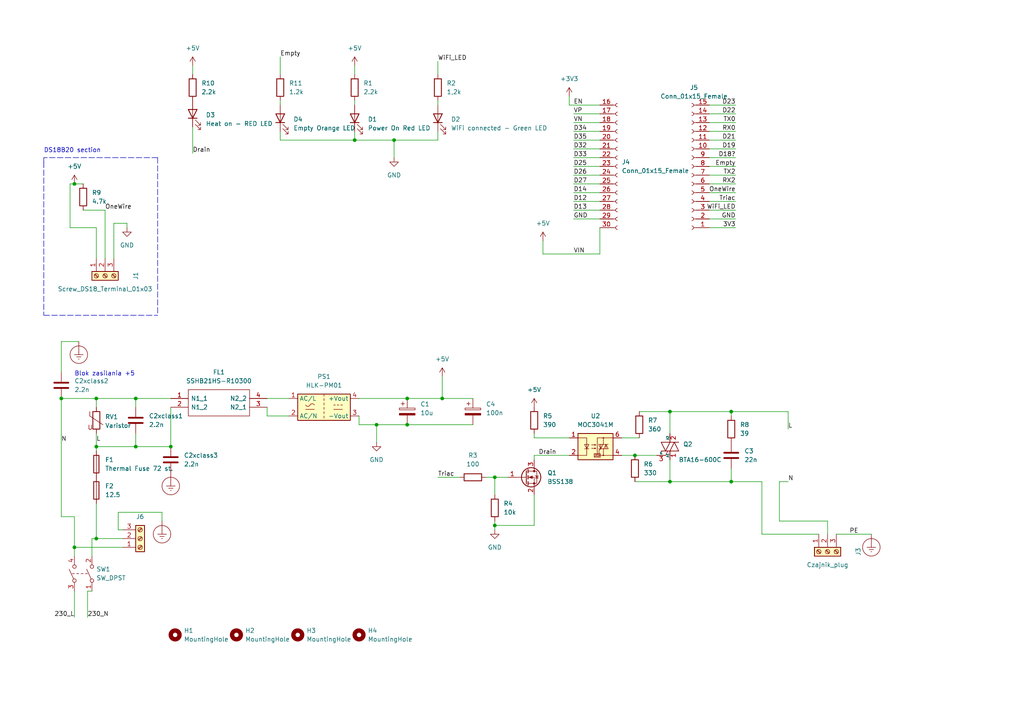
<source format=kicad_sch>
(kicad_sch (version 20211123) (generator eeschema)

  (uuid 9538e4ed-27e6-4c37-b989-9859dc0d49e8)

  (paper "A4")

  (lib_symbols
    (symbol "Conn_01x15_Female_1" (pin_names (offset 1.016) hide) (in_bom yes) (on_board yes)
      (property "Reference" "J?" (id 0) (at 1.27 1.2701 0)
        (effects (font (size 1.27 1.27)) (justify left))
      )
      (property "Value" "Conn_01x15_Female_1" (id 1) (at 1.27 -1.2699 0)
        (effects (font (size 1.27 1.27)) (justify left))
      )
      (property "Footprint" "" (id 2) (at 0 0 0)
        (effects (font (size 1.27 1.27)) hide)
      )
      (property "Datasheet" "~" (id 3) (at 0 0 0)
        (effects (font (size 1.27 1.27)) hide)
      )
      (property "ki_keywords" "connector" (id 4) (at 0 0 0)
        (effects (font (size 1.27 1.27)) hide)
      )
      (property "ki_description" "Generic connector, single row, 01x15, script generated (kicad-library-utils/schlib/autogen/connector/)" (id 5) (at 0 0 0)
        (effects (font (size 1.27 1.27)) hide)
      )
      (property "ki_fp_filters" "Connector*:*_1x??_*" (id 6) (at 0 0 0)
        (effects (font (size 1.27 1.27)) hide)
      )
      (symbol "Conn_01x15_Female_1_1_1"
        (arc (start 0 -17.272) (mid -0.508 -17.78) (end 0 -18.288)
          (stroke (width 0.1524) (type default) (color 0 0 0 0))
          (fill (type none))
        )
        (arc (start 0 -14.732) (mid -0.508 -15.24) (end 0 -15.748)
          (stroke (width 0.1524) (type default) (color 0 0 0 0))
          (fill (type none))
        )
        (arc (start 0 -12.192) (mid -0.508 -12.7) (end 0 -13.208)
          (stroke (width 0.1524) (type default) (color 0 0 0 0))
          (fill (type none))
        )
        (arc (start 0 -9.652) (mid -0.508 -10.16) (end 0 -10.668)
          (stroke (width 0.1524) (type default) (color 0 0 0 0))
          (fill (type none))
        )
        (arc (start 0 -7.112) (mid -0.508 -7.62) (end 0 -8.128)
          (stroke (width 0.1524) (type default) (color 0 0 0 0))
          (fill (type none))
        )
        (arc (start 0 -4.572) (mid -0.508 -5.08) (end 0 -5.588)
          (stroke (width 0.1524) (type default) (color 0 0 0 0))
          (fill (type none))
        )
        (arc (start 0 -2.032) (mid -0.508 -2.54) (end 0 -3.048)
          (stroke (width 0.1524) (type default) (color 0 0 0 0))
          (fill (type none))
        )
        (polyline
          (pts
            (xy -1.27 -17.78)
            (xy -0.508 -17.78)
          )
          (stroke (width 0.1524) (type default) (color 0 0 0 0))
          (fill (type none))
        )
        (polyline
          (pts
            (xy -1.27 -15.24)
            (xy -0.508 -15.24)
          )
          (stroke (width 0.1524) (type default) (color 0 0 0 0))
          (fill (type none))
        )
        (polyline
          (pts
            (xy -1.27 -12.7)
            (xy -0.508 -12.7)
          )
          (stroke (width 0.1524) (type default) (color 0 0 0 0))
          (fill (type none))
        )
        (polyline
          (pts
            (xy -1.27 -10.16)
            (xy -0.508 -10.16)
          )
          (stroke (width 0.1524) (type default) (color 0 0 0 0))
          (fill (type none))
        )
        (polyline
          (pts
            (xy -1.27 -7.62)
            (xy -0.508 -7.62)
          )
          (stroke (width 0.1524) (type default) (color 0 0 0 0))
          (fill (type none))
        )
        (polyline
          (pts
            (xy -1.27 -5.08)
            (xy -0.508 -5.08)
          )
          (stroke (width 0.1524) (type default) (color 0 0 0 0))
          (fill (type none))
        )
        (polyline
          (pts
            (xy -1.27 -2.54)
            (xy -0.508 -2.54)
          )
          (stroke (width 0.1524) (type default) (color 0 0 0 0))
          (fill (type none))
        )
        (polyline
          (pts
            (xy -1.27 0)
            (xy -0.508 0)
          )
          (stroke (width 0.1524) (type default) (color 0 0 0 0))
          (fill (type none))
        )
        (polyline
          (pts
            (xy -1.27 2.54)
            (xy -0.508 2.54)
          )
          (stroke (width 0.1524) (type default) (color 0 0 0 0))
          (fill (type none))
        )
        (polyline
          (pts
            (xy -1.27 5.08)
            (xy -0.508 5.08)
          )
          (stroke (width 0.1524) (type default) (color 0 0 0 0))
          (fill (type none))
        )
        (polyline
          (pts
            (xy -1.27 7.62)
            (xy -0.508 7.62)
          )
          (stroke (width 0.1524) (type default) (color 0 0 0 0))
          (fill (type none))
        )
        (polyline
          (pts
            (xy -1.27 10.16)
            (xy -0.508 10.16)
          )
          (stroke (width 0.1524) (type default) (color 0 0 0 0))
          (fill (type none))
        )
        (polyline
          (pts
            (xy -1.27 12.7)
            (xy -0.508 12.7)
          )
          (stroke (width 0.1524) (type default) (color 0 0 0 0))
          (fill (type none))
        )
        (polyline
          (pts
            (xy -1.27 15.24)
            (xy -0.508 15.24)
          )
          (stroke (width 0.1524) (type default) (color 0 0 0 0))
          (fill (type none))
        )
        (polyline
          (pts
            (xy -1.27 17.78)
            (xy -0.508 17.78)
          )
          (stroke (width 0.1524) (type default) (color 0 0 0 0))
          (fill (type none))
        )
        (arc (start 0 0.508) (mid -0.508 0) (end 0 -0.508)
          (stroke (width 0.1524) (type default) (color 0 0 0 0))
          (fill (type none))
        )
        (arc (start 0 3.048) (mid -0.508 2.54) (end 0 2.032)
          (stroke (width 0.1524) (type default) (color 0 0 0 0))
          (fill (type none))
        )
        (arc (start 0 5.588) (mid -0.508 5.08) (end 0 4.572)
          (stroke (width 0.1524) (type default) (color 0 0 0 0))
          (fill (type none))
        )
        (arc (start 0 8.128) (mid -0.508 7.62) (end 0 7.112)
          (stroke (width 0.1524) (type default) (color 0 0 0 0))
          (fill (type none))
        )
        (arc (start 0 10.668) (mid -0.508 10.16) (end 0 9.652)
          (stroke (width 0.1524) (type default) (color 0 0 0 0))
          (fill (type none))
        )
        (arc (start 0 13.208) (mid -0.508 12.7) (end 0 12.192)
          (stroke (width 0.1524) (type default) (color 0 0 0 0))
          (fill (type none))
        )
        (arc (start 0 15.748) (mid -0.508 15.24) (end 0 14.732)
          (stroke (width 0.1524) (type default) (color 0 0 0 0))
          (fill (type none))
        )
        (arc (start 0 18.288) (mid -0.508 17.78) (end 0 17.272)
          (stroke (width 0.1524) (type default) (color 0 0 0 0))
          (fill (type none))
        )
        (pin passive line (at -5.08 17.78 0) (length 3.81)
          (name "Pin_16" (effects (font (size 1.27 1.27))))
          (number "16" (effects (font (size 1.27 1.27))))
        )
        (pin passive line (at -5.08 15.24 0) (length 3.81)
          (name "Pin_17" (effects (font (size 1.27 1.27))))
          (number "17" (effects (font (size 1.27 1.27))))
        )
        (pin passive line (at -5.08 12.7 0) (length 3.81)
          (name "Pin_18" (effects (font (size 1.27 1.27))))
          (number "18" (effects (font (size 1.27 1.27))))
        )
        (pin passive line (at -5.08 10.16 0) (length 3.81)
          (name "Pin_19" (effects (font (size 1.27 1.27))))
          (number "19" (effects (font (size 1.27 1.27))))
        )
        (pin passive line (at -5.08 7.62 0) (length 3.81)
          (name "Pin_20" (effects (font (size 1.27 1.27))))
          (number "20" (effects (font (size 1.27 1.27))))
        )
        (pin passive line (at -5.08 5.08 0) (length 3.81)
          (name "Pin_21" (effects (font (size 1.27 1.27))))
          (number "21" (effects (font (size 1.27 1.27))))
        )
        (pin passive line (at -5.08 2.54 0) (length 3.81)
          (name "Pin_22" (effects (font (size 1.27 1.27))))
          (number "22" (effects (font (size 1.27 1.27))))
        )
        (pin passive line (at -5.08 0 0) (length 3.81)
          (name "Pin_23" (effects (font (size 1.27 1.27))))
          (number "23" (effects (font (size 1.27 1.27))))
        )
        (pin passive line (at -5.08 -2.54 0) (length 3.81)
          (name "Pin_24" (effects (font (size 1.27 1.27))))
          (number "24" (effects (font (size 1.27 1.27))))
        )
        (pin passive line (at -5.08 -5.08 0) (length 3.81)
          (name "Pin_25" (effects (font (size 1.27 1.27))))
          (number "25" (effects (font (size 1.27 1.27))))
        )
        (pin passive line (at -5.08 -7.62 0) (length 3.81)
          (name "Pin_26" (effects (font (size 1.27 1.27))))
          (number "26" (effects (font (size 1.27 1.27))))
        )
        (pin passive line (at -5.08 -10.16 0) (length 3.81)
          (name "Pin_27" (effects (font (size 1.27 1.27))))
          (number "27" (effects (font (size 1.27 1.27))))
        )
        (pin passive line (at -5.08 -12.7 0) (length 3.81)
          (name "Pin_28" (effects (font (size 1.27 1.27))))
          (number "28" (effects (font (size 1.27 1.27))))
        )
        (pin passive line (at -5.08 -15.24 0) (length 3.81)
          (name "Pin_29" (effects (font (size 1.27 1.27))))
          (number "29" (effects (font (size 1.27 1.27))))
        )
        (pin passive line (at -5.08 -17.78 0) (length 3.81)
          (name "Pin_30" (effects (font (size 1.27 1.27))))
          (number "30" (effects (font (size 1.27 1.27))))
        )
      )
    )
    (symbol "Connector:Conn_01x15_Female" (pin_names (offset 1.016) hide) (in_bom yes) (on_board yes)
      (property "Reference" "J" (id 0) (at 0 20.32 0)
        (effects (font (size 1.27 1.27)))
      )
      (property "Value" "Conn_01x15_Female" (id 1) (at 0 -20.32 0)
        (effects (font (size 1.27 1.27)))
      )
      (property "Footprint" "" (id 2) (at 0 0 0)
        (effects (font (size 1.27 1.27)) hide)
      )
      (property "Datasheet" "~" (id 3) (at 0 0 0)
        (effects (font (size 1.27 1.27)) hide)
      )
      (property "ki_keywords" "connector" (id 4) (at 0 0 0)
        (effects (font (size 1.27 1.27)) hide)
      )
      (property "ki_description" "Generic connector, single row, 01x15, script generated (kicad-library-utils/schlib/autogen/connector/)" (id 5) (at 0 0 0)
        (effects (font (size 1.27 1.27)) hide)
      )
      (property "ki_fp_filters" "Connector*:*_1x??_*" (id 6) (at 0 0 0)
        (effects (font (size 1.27 1.27)) hide)
      )
      (symbol "Conn_01x15_Female_1_1"
        (arc (start 0 -17.272) (mid -0.508 -17.78) (end 0 -18.288)
          (stroke (width 0.1524) (type default) (color 0 0 0 0))
          (fill (type none))
        )
        (arc (start 0 -14.732) (mid -0.508 -15.24) (end 0 -15.748)
          (stroke (width 0.1524) (type default) (color 0 0 0 0))
          (fill (type none))
        )
        (arc (start 0 -12.192) (mid -0.508 -12.7) (end 0 -13.208)
          (stroke (width 0.1524) (type default) (color 0 0 0 0))
          (fill (type none))
        )
        (arc (start 0 -9.652) (mid -0.508 -10.16) (end 0 -10.668)
          (stroke (width 0.1524) (type default) (color 0 0 0 0))
          (fill (type none))
        )
        (arc (start 0 -7.112) (mid -0.508 -7.62) (end 0 -8.128)
          (stroke (width 0.1524) (type default) (color 0 0 0 0))
          (fill (type none))
        )
        (arc (start 0 -4.572) (mid -0.508 -5.08) (end 0 -5.588)
          (stroke (width 0.1524) (type default) (color 0 0 0 0))
          (fill (type none))
        )
        (arc (start 0 -2.032) (mid -0.508 -2.54) (end 0 -3.048)
          (stroke (width 0.1524) (type default) (color 0 0 0 0))
          (fill (type none))
        )
        (polyline
          (pts
            (xy -1.27 -17.78)
            (xy -0.508 -17.78)
          )
          (stroke (width 0.1524) (type default) (color 0 0 0 0))
          (fill (type none))
        )
        (polyline
          (pts
            (xy -1.27 -15.24)
            (xy -0.508 -15.24)
          )
          (stroke (width 0.1524) (type default) (color 0 0 0 0))
          (fill (type none))
        )
        (polyline
          (pts
            (xy -1.27 -12.7)
            (xy -0.508 -12.7)
          )
          (stroke (width 0.1524) (type default) (color 0 0 0 0))
          (fill (type none))
        )
        (polyline
          (pts
            (xy -1.27 -10.16)
            (xy -0.508 -10.16)
          )
          (stroke (width 0.1524) (type default) (color 0 0 0 0))
          (fill (type none))
        )
        (polyline
          (pts
            (xy -1.27 -7.62)
            (xy -0.508 -7.62)
          )
          (stroke (width 0.1524) (type default) (color 0 0 0 0))
          (fill (type none))
        )
        (polyline
          (pts
            (xy -1.27 -5.08)
            (xy -0.508 -5.08)
          )
          (stroke (width 0.1524) (type default) (color 0 0 0 0))
          (fill (type none))
        )
        (polyline
          (pts
            (xy -1.27 -2.54)
            (xy -0.508 -2.54)
          )
          (stroke (width 0.1524) (type default) (color 0 0 0 0))
          (fill (type none))
        )
        (polyline
          (pts
            (xy -1.27 0)
            (xy -0.508 0)
          )
          (stroke (width 0.1524) (type default) (color 0 0 0 0))
          (fill (type none))
        )
        (polyline
          (pts
            (xy -1.27 2.54)
            (xy -0.508 2.54)
          )
          (stroke (width 0.1524) (type default) (color 0 0 0 0))
          (fill (type none))
        )
        (polyline
          (pts
            (xy -1.27 5.08)
            (xy -0.508 5.08)
          )
          (stroke (width 0.1524) (type default) (color 0 0 0 0))
          (fill (type none))
        )
        (polyline
          (pts
            (xy -1.27 7.62)
            (xy -0.508 7.62)
          )
          (stroke (width 0.1524) (type default) (color 0 0 0 0))
          (fill (type none))
        )
        (polyline
          (pts
            (xy -1.27 10.16)
            (xy -0.508 10.16)
          )
          (stroke (width 0.1524) (type default) (color 0 0 0 0))
          (fill (type none))
        )
        (polyline
          (pts
            (xy -1.27 12.7)
            (xy -0.508 12.7)
          )
          (stroke (width 0.1524) (type default) (color 0 0 0 0))
          (fill (type none))
        )
        (polyline
          (pts
            (xy -1.27 15.24)
            (xy -0.508 15.24)
          )
          (stroke (width 0.1524) (type default) (color 0 0 0 0))
          (fill (type none))
        )
        (polyline
          (pts
            (xy -1.27 17.78)
            (xy -0.508 17.78)
          )
          (stroke (width 0.1524) (type default) (color 0 0 0 0))
          (fill (type none))
        )
        (arc (start 0 0.508) (mid -0.508 0) (end 0 -0.508)
          (stroke (width 0.1524) (type default) (color 0 0 0 0))
          (fill (type none))
        )
        (arc (start 0 3.048) (mid -0.508 2.54) (end 0 2.032)
          (stroke (width 0.1524) (type default) (color 0 0 0 0))
          (fill (type none))
        )
        (arc (start 0 5.588) (mid -0.508 5.08) (end 0 4.572)
          (stroke (width 0.1524) (type default) (color 0 0 0 0))
          (fill (type none))
        )
        (arc (start 0 8.128) (mid -0.508 7.62) (end 0 7.112)
          (stroke (width 0.1524) (type default) (color 0 0 0 0))
          (fill (type none))
        )
        (arc (start 0 10.668) (mid -0.508 10.16) (end 0 9.652)
          (stroke (width 0.1524) (type default) (color 0 0 0 0))
          (fill (type none))
        )
        (arc (start 0 13.208) (mid -0.508 12.7) (end 0 12.192)
          (stroke (width 0.1524) (type default) (color 0 0 0 0))
          (fill (type none))
        )
        (arc (start 0 15.748) (mid -0.508 15.24) (end 0 14.732)
          (stroke (width 0.1524) (type default) (color 0 0 0 0))
          (fill (type none))
        )
        (arc (start 0 18.288) (mid -0.508 17.78) (end 0 17.272)
          (stroke (width 0.1524) (type default) (color 0 0 0 0))
          (fill (type none))
        )
        (pin passive line (at -5.08 17.78 0) (length 3.81)
          (name "Pin_1" (effects (font (size 1.27 1.27))))
          (number "1" (effects (font (size 1.27 1.27))))
        )
        (pin passive line (at -5.08 -5.08 0) (length 3.81)
          (name "Pin_10" (effects (font (size 1.27 1.27))))
          (number "10" (effects (font (size 1.27 1.27))))
        )
        (pin passive line (at -5.08 -7.62 0) (length 3.81)
          (name "Pin_11" (effects (font (size 1.27 1.27))))
          (number "11" (effects (font (size 1.27 1.27))))
        )
        (pin passive line (at -5.08 -10.16 0) (length 3.81)
          (name "Pin_12" (effects (font (size 1.27 1.27))))
          (number "12" (effects (font (size 1.27 1.27))))
        )
        (pin passive line (at -5.08 -12.7 0) (length 3.81)
          (name "Pin_13" (effects (font (size 1.27 1.27))))
          (number "13" (effects (font (size 1.27 1.27))))
        )
        (pin passive line (at -5.08 -15.24 0) (length 3.81)
          (name "Pin_14" (effects (font (size 1.27 1.27))))
          (number "14" (effects (font (size 1.27 1.27))))
        )
        (pin passive line (at -5.08 -17.78 0) (length 3.81)
          (name "Pin_15" (effects (font (size 1.27 1.27))))
          (number "15" (effects (font (size 1.27 1.27))))
        )
        (pin passive line (at -5.08 15.24 0) (length 3.81)
          (name "Pin_2" (effects (font (size 1.27 1.27))))
          (number "2" (effects (font (size 1.27 1.27))))
        )
        (pin passive line (at -5.08 12.7 0) (length 3.81)
          (name "Pin_3" (effects (font (size 1.27 1.27))))
          (number "3" (effects (font (size 1.27 1.27))))
        )
        (pin passive line (at -5.08 10.16 0) (length 3.81)
          (name "Pin_4" (effects (font (size 1.27 1.27))))
          (number "4" (effects (font (size 1.27 1.27))))
        )
        (pin passive line (at -5.08 7.62 0) (length 3.81)
          (name "Pin_5" (effects (font (size 1.27 1.27))))
          (number "5" (effects (font (size 1.27 1.27))))
        )
        (pin passive line (at -5.08 5.08 0) (length 3.81)
          (name "Pin_6" (effects (font (size 1.27 1.27))))
          (number "6" (effects (font (size 1.27 1.27))))
        )
        (pin passive line (at -5.08 2.54 0) (length 3.81)
          (name "Pin_7" (effects (font (size 1.27 1.27))))
          (number "7" (effects (font (size 1.27 1.27))))
        )
        (pin passive line (at -5.08 0 0) (length 3.81)
          (name "Pin_8" (effects (font (size 1.27 1.27))))
          (number "8" (effects (font (size 1.27 1.27))))
        )
        (pin passive line (at -5.08 -2.54 0) (length 3.81)
          (name "Pin_9" (effects (font (size 1.27 1.27))))
          (number "9" (effects (font (size 1.27 1.27))))
        )
      )
    )
    (symbol "Connector:Screw_Terminal_01x03" (pin_names (offset 1.016) hide) (in_bom yes) (on_board yes)
      (property "Reference" "J" (id 0) (at 0 5.08 0)
        (effects (font (size 1.27 1.27)))
      )
      (property "Value" "Screw_Terminal_01x03" (id 1) (at 0 -5.08 0)
        (effects (font (size 1.27 1.27)))
      )
      (property "Footprint" "" (id 2) (at 0 0 0)
        (effects (font (size 1.27 1.27)) hide)
      )
      (property "Datasheet" "~" (id 3) (at 0 0 0)
        (effects (font (size 1.27 1.27)) hide)
      )
      (property "ki_keywords" "screw terminal" (id 4) (at 0 0 0)
        (effects (font (size 1.27 1.27)) hide)
      )
      (property "ki_description" "Generic screw terminal, single row, 01x03, script generated (kicad-library-utils/schlib/autogen/connector/)" (id 5) (at 0 0 0)
        (effects (font (size 1.27 1.27)) hide)
      )
      (property "ki_fp_filters" "TerminalBlock*:*" (id 6) (at 0 0 0)
        (effects (font (size 1.27 1.27)) hide)
      )
      (symbol "Screw_Terminal_01x03_1_1"
        (rectangle (start -1.27 3.81) (end 1.27 -3.81)
          (stroke (width 0.254) (type default) (color 0 0 0 0))
          (fill (type background))
        )
        (circle (center 0 -2.54) (radius 0.635)
          (stroke (width 0.1524) (type default) (color 0 0 0 0))
          (fill (type none))
        )
        (polyline
          (pts
            (xy -0.5334 -2.2098)
            (xy 0.3302 -3.048)
          )
          (stroke (width 0.1524) (type default) (color 0 0 0 0))
          (fill (type none))
        )
        (polyline
          (pts
            (xy -0.5334 0.3302)
            (xy 0.3302 -0.508)
          )
          (stroke (width 0.1524) (type default) (color 0 0 0 0))
          (fill (type none))
        )
        (polyline
          (pts
            (xy -0.5334 2.8702)
            (xy 0.3302 2.032)
          )
          (stroke (width 0.1524) (type default) (color 0 0 0 0))
          (fill (type none))
        )
        (polyline
          (pts
            (xy -0.3556 -2.032)
            (xy 0.508 -2.8702)
          )
          (stroke (width 0.1524) (type default) (color 0 0 0 0))
          (fill (type none))
        )
        (polyline
          (pts
            (xy -0.3556 0.508)
            (xy 0.508 -0.3302)
          )
          (stroke (width 0.1524) (type default) (color 0 0 0 0))
          (fill (type none))
        )
        (polyline
          (pts
            (xy -0.3556 3.048)
            (xy 0.508 2.2098)
          )
          (stroke (width 0.1524) (type default) (color 0 0 0 0))
          (fill (type none))
        )
        (circle (center 0 0) (radius 0.635)
          (stroke (width 0.1524) (type default) (color 0 0 0 0))
          (fill (type none))
        )
        (circle (center 0 2.54) (radius 0.635)
          (stroke (width 0.1524) (type default) (color 0 0 0 0))
          (fill (type none))
        )
        (pin passive line (at -5.08 2.54 0) (length 3.81)
          (name "Pin_1" (effects (font (size 1.27 1.27))))
          (number "1" (effects (font (size 1.27 1.27))))
        )
        (pin passive line (at -5.08 0 0) (length 3.81)
          (name "Pin_2" (effects (font (size 1.27 1.27))))
          (number "2" (effects (font (size 1.27 1.27))))
        )
        (pin passive line (at -5.08 -2.54 0) (length 3.81)
          (name "Pin_3" (effects (font (size 1.27 1.27))))
          (number "3" (effects (font (size 1.27 1.27))))
        )
      )
    )
    (symbol "Converter_ACDC:HLK-PM01" (in_bom yes) (on_board yes)
      (property "Reference" "PS" (id 0) (at 0 5.08 0)
        (effects (font (size 1.27 1.27)))
      )
      (property "Value" "HLK-PM01" (id 1) (at 0 -5.08 0)
        (effects (font (size 1.27 1.27)))
      )
      (property "Footprint" "Converter_ACDC:Converter_ACDC_HiLink_HLK-PMxx" (id 2) (at 0 -7.62 0)
        (effects (font (size 1.27 1.27)) hide)
      )
      (property "Datasheet" "http://www.hlktech.net/product_detail.php?ProId=54" (id 3) (at 10.16 -8.89 0)
        (effects (font (size 1.27 1.27)) hide)
      )
      (property "ki_keywords" "AC/DC module power supply" (id 4) (at 0 0 0)
        (effects (font (size 1.27 1.27)) hide)
      )
      (property "ki_description" "Compact AC/DC board mount power module 3W 5V" (id 5) (at 0 0 0)
        (effects (font (size 1.27 1.27)) hide)
      )
      (property "ki_fp_filters" "Converter*ACDC*HiLink*HLK?PM*" (id 6) (at 0 0 0)
        (effects (font (size 1.27 1.27)) hide)
      )
      (symbol "HLK-PM01_0_1"
        (rectangle (start -7.62 3.81) (end 7.62 -3.81)
          (stroke (width 0.254) (type default) (color 0 0 0 0))
          (fill (type background))
        )
        (arc (start -5.334 0.635) (mid -4.699 0.2495) (end -4.064 0.635)
          (stroke (width 0) (type default) (color 0 0 0 0))
          (fill (type none))
        )
        (arc (start -2.794 0.635) (mid -3.429 1.0072) (end -4.064 0.635)
          (stroke (width 0) (type default) (color 0 0 0 0))
          (fill (type none))
        )
        (polyline
          (pts
            (xy -5.334 -0.635)
            (xy -2.794 -0.635)
          )
          (stroke (width 0) (type default) (color 0 0 0 0))
          (fill (type none))
        )
        (polyline
          (pts
            (xy 0 -2.54)
            (xy 0 -3.175)
          )
          (stroke (width 0) (type default) (color 0 0 0 0))
          (fill (type none))
        )
        (polyline
          (pts
            (xy 0 -1.27)
            (xy 0 -1.905)
          )
          (stroke (width 0) (type default) (color 0 0 0 0))
          (fill (type none))
        )
        (polyline
          (pts
            (xy 0 0)
            (xy 0 -0.635)
          )
          (stroke (width 0) (type default) (color 0 0 0 0))
          (fill (type none))
        )
        (polyline
          (pts
            (xy 0 1.27)
            (xy 0 0.635)
          )
          (stroke (width 0) (type default) (color 0 0 0 0))
          (fill (type none))
        )
        (polyline
          (pts
            (xy 0 2.54)
            (xy 0 1.905)
          )
          (stroke (width 0) (type default) (color 0 0 0 0))
          (fill (type none))
        )
        (polyline
          (pts
            (xy 0 3.81)
            (xy 0 3.175)
          )
          (stroke (width 0) (type default) (color 0 0 0 0))
          (fill (type none))
        )
        (polyline
          (pts
            (xy 2.794 -0.635)
            (xy 5.334 -0.635)
          )
          (stroke (width 0) (type default) (color 0 0 0 0))
          (fill (type none))
        )
        (polyline
          (pts
            (xy 2.794 0.635)
            (xy 3.302 0.635)
          )
          (stroke (width 0) (type default) (color 0 0 0 0))
          (fill (type none))
        )
        (polyline
          (pts
            (xy 3.81 0.635)
            (xy 4.318 0.635)
          )
          (stroke (width 0) (type default) (color 0 0 0 0))
          (fill (type none))
        )
        (polyline
          (pts
            (xy 4.826 0.635)
            (xy 5.334 0.635)
          )
          (stroke (width 0) (type default) (color 0 0 0 0))
          (fill (type none))
        )
      )
      (symbol "HLK-PM01_1_1"
        (pin power_in line (at -10.16 2.54 0) (length 2.54)
          (name "AC/L" (effects (font (size 1.27 1.27))))
          (number "1" (effects (font (size 1.27 1.27))))
        )
        (pin power_in line (at -10.16 -2.54 0) (length 2.54)
          (name "AC/N" (effects (font (size 1.27 1.27))))
          (number "2" (effects (font (size 1.27 1.27))))
        )
        (pin power_out line (at 10.16 -2.54 180) (length 2.54)
          (name "-Vout" (effects (font (size 1.27 1.27))))
          (number "3" (effects (font (size 1.27 1.27))))
        )
        (pin power_out line (at 10.16 2.54 180) (length 2.54)
          (name "+Vout" (effects (font (size 1.27 1.27))))
          (number "4" (effects (font (size 1.27 1.27))))
        )
      )
    )
    (symbol "Device:C" (pin_numbers hide) (pin_names (offset 0.254)) (in_bom yes) (on_board yes)
      (property "Reference" "C" (id 0) (at 0.635 2.54 0)
        (effects (font (size 1.27 1.27)) (justify left))
      )
      (property "Value" "C" (id 1) (at 0.635 -2.54 0)
        (effects (font (size 1.27 1.27)) (justify left))
      )
      (property "Footprint" "" (id 2) (at 0.9652 -3.81 0)
        (effects (font (size 1.27 1.27)) hide)
      )
      (property "Datasheet" "~" (id 3) (at 0 0 0)
        (effects (font (size 1.27 1.27)) hide)
      )
      (property "ki_keywords" "cap capacitor" (id 4) (at 0 0 0)
        (effects (font (size 1.27 1.27)) hide)
      )
      (property "ki_description" "Unpolarized capacitor" (id 5) (at 0 0 0)
        (effects (font (size 1.27 1.27)) hide)
      )
      (property "ki_fp_filters" "C_*" (id 6) (at 0 0 0)
        (effects (font (size 1.27 1.27)) hide)
      )
      (symbol "C_0_1"
        (polyline
          (pts
            (xy -2.032 -0.762)
            (xy 2.032 -0.762)
          )
          (stroke (width 0.508) (type default) (color 0 0 0 0))
          (fill (type none))
        )
        (polyline
          (pts
            (xy -2.032 0.762)
            (xy 2.032 0.762)
          )
          (stroke (width 0.508) (type default) (color 0 0 0 0))
          (fill (type none))
        )
      )
      (symbol "C_1_1"
        (pin passive line (at 0 3.81 270) (length 2.794)
          (name "~" (effects (font (size 1.27 1.27))))
          (number "1" (effects (font (size 1.27 1.27))))
        )
        (pin passive line (at 0 -3.81 90) (length 2.794)
          (name "~" (effects (font (size 1.27 1.27))))
          (number "2" (effects (font (size 1.27 1.27))))
        )
      )
    )
    (symbol "Device:C_Polarized" (pin_numbers hide) (pin_names (offset 0.254)) (in_bom yes) (on_board yes)
      (property "Reference" "C" (id 0) (at 0.635 2.54 0)
        (effects (font (size 1.27 1.27)) (justify left))
      )
      (property "Value" "C_Polarized" (id 1) (at 0.635 -2.54 0)
        (effects (font (size 1.27 1.27)) (justify left))
      )
      (property "Footprint" "" (id 2) (at 0.9652 -3.81 0)
        (effects (font (size 1.27 1.27)) hide)
      )
      (property "Datasheet" "~" (id 3) (at 0 0 0)
        (effects (font (size 1.27 1.27)) hide)
      )
      (property "ki_keywords" "cap capacitor" (id 4) (at 0 0 0)
        (effects (font (size 1.27 1.27)) hide)
      )
      (property "ki_description" "Polarized capacitor" (id 5) (at 0 0 0)
        (effects (font (size 1.27 1.27)) hide)
      )
      (property "ki_fp_filters" "CP_*" (id 6) (at 0 0 0)
        (effects (font (size 1.27 1.27)) hide)
      )
      (symbol "C_Polarized_0_1"
        (rectangle (start -2.286 0.508) (end 2.286 1.016)
          (stroke (width 0) (type default) (color 0 0 0 0))
          (fill (type none))
        )
        (polyline
          (pts
            (xy -1.778 2.286)
            (xy -0.762 2.286)
          )
          (stroke (width 0) (type default) (color 0 0 0 0))
          (fill (type none))
        )
        (polyline
          (pts
            (xy -1.27 2.794)
            (xy -1.27 1.778)
          )
          (stroke (width 0) (type default) (color 0 0 0 0))
          (fill (type none))
        )
        (rectangle (start 2.286 -0.508) (end -2.286 -1.016)
          (stroke (width 0) (type default) (color 0 0 0 0))
          (fill (type outline))
        )
      )
      (symbol "C_Polarized_1_1"
        (pin passive line (at 0 3.81 270) (length 2.794)
          (name "~" (effects (font (size 1.27 1.27))))
          (number "1" (effects (font (size 1.27 1.27))))
        )
        (pin passive line (at 0 -3.81 90) (length 2.794)
          (name "~" (effects (font (size 1.27 1.27))))
          (number "2" (effects (font (size 1.27 1.27))))
        )
      )
    )
    (symbol "Device:Fuse" (pin_numbers hide) (pin_names (offset 0)) (in_bom yes) (on_board yes)
      (property "Reference" "F" (id 0) (at 2.032 0 90)
        (effects (font (size 1.27 1.27)))
      )
      (property "Value" "Fuse" (id 1) (at -1.905 0 90)
        (effects (font (size 1.27 1.27)))
      )
      (property "Footprint" "" (id 2) (at -1.778 0 90)
        (effects (font (size 1.27 1.27)) hide)
      )
      (property "Datasheet" "~" (id 3) (at 0 0 0)
        (effects (font (size 1.27 1.27)) hide)
      )
      (property "ki_keywords" "fuse" (id 4) (at 0 0 0)
        (effects (font (size 1.27 1.27)) hide)
      )
      (property "ki_description" "Fuse" (id 5) (at 0 0 0)
        (effects (font (size 1.27 1.27)) hide)
      )
      (property "ki_fp_filters" "*Fuse*" (id 6) (at 0 0 0)
        (effects (font (size 1.27 1.27)) hide)
      )
      (symbol "Fuse_0_1"
        (rectangle (start -0.762 -2.54) (end 0.762 2.54)
          (stroke (width 0.254) (type default) (color 0 0 0 0))
          (fill (type none))
        )
        (polyline
          (pts
            (xy 0 2.54)
            (xy 0 -2.54)
          )
          (stroke (width 0) (type default) (color 0 0 0 0))
          (fill (type none))
        )
      )
      (symbol "Fuse_1_1"
        (pin passive line (at 0 3.81 270) (length 1.27)
          (name "~" (effects (font (size 1.27 1.27))))
          (number "1" (effects (font (size 1.27 1.27))))
        )
        (pin passive line (at 0 -3.81 90) (length 1.27)
          (name "~" (effects (font (size 1.27 1.27))))
          (number "2" (effects (font (size 1.27 1.27))))
        )
      )
    )
    (symbol "Device:LED" (pin_numbers hide) (pin_names (offset 1.016) hide) (in_bom yes) (on_board yes)
      (property "Reference" "D" (id 0) (at 0 2.54 0)
        (effects (font (size 1.27 1.27)))
      )
      (property "Value" "LED" (id 1) (at 0 -2.54 0)
        (effects (font (size 1.27 1.27)))
      )
      (property "Footprint" "" (id 2) (at 0 0 0)
        (effects (font (size 1.27 1.27)) hide)
      )
      (property "Datasheet" "~" (id 3) (at 0 0 0)
        (effects (font (size 1.27 1.27)) hide)
      )
      (property "ki_keywords" "LED diode" (id 4) (at 0 0 0)
        (effects (font (size 1.27 1.27)) hide)
      )
      (property "ki_description" "Light emitting diode" (id 5) (at 0 0 0)
        (effects (font (size 1.27 1.27)) hide)
      )
      (property "ki_fp_filters" "LED* LED_SMD:* LED_THT:*" (id 6) (at 0 0 0)
        (effects (font (size 1.27 1.27)) hide)
      )
      (symbol "LED_0_1"
        (polyline
          (pts
            (xy -1.27 -1.27)
            (xy -1.27 1.27)
          )
          (stroke (width 0.254) (type default) (color 0 0 0 0))
          (fill (type none))
        )
        (polyline
          (pts
            (xy -1.27 0)
            (xy 1.27 0)
          )
          (stroke (width 0) (type default) (color 0 0 0 0))
          (fill (type none))
        )
        (polyline
          (pts
            (xy 1.27 -1.27)
            (xy 1.27 1.27)
            (xy -1.27 0)
            (xy 1.27 -1.27)
          )
          (stroke (width 0.254) (type default) (color 0 0 0 0))
          (fill (type none))
        )
        (polyline
          (pts
            (xy -3.048 -0.762)
            (xy -4.572 -2.286)
            (xy -3.81 -2.286)
            (xy -4.572 -2.286)
            (xy -4.572 -1.524)
          )
          (stroke (width 0) (type default) (color 0 0 0 0))
          (fill (type none))
        )
        (polyline
          (pts
            (xy -1.778 -0.762)
            (xy -3.302 -2.286)
            (xy -2.54 -2.286)
            (xy -3.302 -2.286)
            (xy -3.302 -1.524)
          )
          (stroke (width 0) (type default) (color 0 0 0 0))
          (fill (type none))
        )
      )
      (symbol "LED_1_1"
        (pin passive line (at -3.81 0 0) (length 2.54)
          (name "K" (effects (font (size 1.27 1.27))))
          (number "1" (effects (font (size 1.27 1.27))))
        )
        (pin passive line (at 3.81 0 180) (length 2.54)
          (name "A" (effects (font (size 1.27 1.27))))
          (number "2" (effects (font (size 1.27 1.27))))
        )
      )
    )
    (symbol "Device:R" (pin_numbers hide) (pin_names (offset 0)) (in_bom yes) (on_board yes)
      (property "Reference" "R" (id 0) (at 2.032 0 90)
        (effects (font (size 1.27 1.27)))
      )
      (property "Value" "R" (id 1) (at 0 0 90)
        (effects (font (size 1.27 1.27)))
      )
      (property "Footprint" "" (id 2) (at -1.778 0 90)
        (effects (font (size 1.27 1.27)) hide)
      )
      (property "Datasheet" "~" (id 3) (at 0 0 0)
        (effects (font (size 1.27 1.27)) hide)
      )
      (property "ki_keywords" "R res resistor" (id 4) (at 0 0 0)
        (effects (font (size 1.27 1.27)) hide)
      )
      (property "ki_description" "Resistor" (id 5) (at 0 0 0)
        (effects (font (size 1.27 1.27)) hide)
      )
      (property "ki_fp_filters" "R_*" (id 6) (at 0 0 0)
        (effects (font (size 1.27 1.27)) hide)
      )
      (symbol "R_0_1"
        (rectangle (start -1.016 -2.54) (end 1.016 2.54)
          (stroke (width 0.254) (type default) (color 0 0 0 0))
          (fill (type none))
        )
      )
      (symbol "R_1_1"
        (pin passive line (at 0 3.81 270) (length 1.27)
          (name "~" (effects (font (size 1.27 1.27))))
          (number "1" (effects (font (size 1.27 1.27))))
        )
        (pin passive line (at 0 -3.81 90) (length 1.27)
          (name "~" (effects (font (size 1.27 1.27))))
          (number "2" (effects (font (size 1.27 1.27))))
        )
      )
    )
    (symbol "Device:Varistor" (pin_numbers hide) (pin_names (offset 0)) (in_bom yes) (on_board yes)
      (property "Reference" "RV" (id 0) (at 3.175 0 90)
        (effects (font (size 1.27 1.27)))
      )
      (property "Value" "Varistor" (id 1) (at -3.175 0 90)
        (effects (font (size 1.27 1.27)))
      )
      (property "Footprint" "" (id 2) (at -1.778 0 90)
        (effects (font (size 1.27 1.27)) hide)
      )
      (property "Datasheet" "~" (id 3) (at 0 0 0)
        (effects (font (size 1.27 1.27)) hide)
      )
      (property "ki_keywords" "VDR resistance" (id 4) (at 0 0 0)
        (effects (font (size 1.27 1.27)) hide)
      )
      (property "ki_description" "Voltage dependent resistor" (id 5) (at 0 0 0)
        (effects (font (size 1.27 1.27)) hide)
      )
      (property "ki_fp_filters" "RV_* Varistor*" (id 6) (at 0 0 0)
        (effects (font (size 1.27 1.27)) hide)
      )
      (symbol "Varistor_0_0"
        (text "U" (at -1.778 -2.032 0)
          (effects (font (size 1.27 1.27)))
        )
      )
      (symbol "Varistor_0_1"
        (rectangle (start -1.016 -2.54) (end 1.016 2.54)
          (stroke (width 0.254) (type default) (color 0 0 0 0))
          (fill (type none))
        )
        (polyline
          (pts
            (xy -1.905 2.54)
            (xy -1.905 1.27)
            (xy 1.905 -1.27)
          )
          (stroke (width 0) (type default) (color 0 0 0 0))
          (fill (type none))
        )
      )
      (symbol "Varistor_1_1"
        (pin passive line (at 0 3.81 270) (length 1.27)
          (name "~" (effects (font (size 1.27 1.27))))
          (number "1" (effects (font (size 1.27 1.27))))
        )
        (pin passive line (at 0 -3.81 90) (length 1.27)
          (name "~" (effects (font (size 1.27 1.27))))
          (number "2" (effects (font (size 1.27 1.27))))
        )
      )
    )
    (symbol "Mechanical:MountingHole" (pin_names (offset 1.016)) (in_bom yes) (on_board yes)
      (property "Reference" "H" (id 0) (at 0 5.08 0)
        (effects (font (size 1.27 1.27)))
      )
      (property "Value" "MountingHole" (id 1) (at 0 3.175 0)
        (effects (font (size 1.27 1.27)))
      )
      (property "Footprint" "" (id 2) (at 0 0 0)
        (effects (font (size 1.27 1.27)) hide)
      )
      (property "Datasheet" "~" (id 3) (at 0 0 0)
        (effects (font (size 1.27 1.27)) hide)
      )
      (property "ki_keywords" "mounting hole" (id 4) (at 0 0 0)
        (effects (font (size 1.27 1.27)) hide)
      )
      (property "ki_description" "Mounting Hole without connection" (id 5) (at 0 0 0)
        (effects (font (size 1.27 1.27)) hide)
      )
      (property "ki_fp_filters" "MountingHole*" (id 6) (at 0 0 0)
        (effects (font (size 1.27 1.27)) hide)
      )
      (symbol "MountingHole_0_1"
        (circle (center 0 0) (radius 1.27)
          (stroke (width 1.27) (type default) (color 0 0 0 0))
          (fill (type none))
        )
      )
    )
    (symbol "Relay_SolidState:MOC3041M" (in_bom yes) (on_board yes)
      (property "Reference" "U" (id 0) (at -5.08 5.08 0)
        (effects (font (size 1.27 1.27)) (justify left))
      )
      (property "Value" "MOC3041M" (id 1) (at 0 5.08 0)
        (effects (font (size 1.27 1.27)) (justify left))
      )
      (property "Footprint" "" (id 2) (at -5.08 -5.08 0)
        (effects (font (size 1.27 1.27) italic) (justify left) hide)
      )
      (property "Datasheet" "https://www.onsemi.com/pub/Collateral/MOC3043M-D.pdf" (id 3) (at 0 0 0)
        (effects (font (size 1.27 1.27)) (justify left) hide)
      )
      (property "ki_keywords" "Opto-Triac Opto Triac Zero Cross" (id 4) (at 0 0 0)
        (effects (font (size 1.27 1.27)) hide)
      )
      (property "ki_description" "Zero Cross Opto-Triac, Vdrm 400V, Ift 15mA, DIP6" (id 5) (at 0 0 0)
        (effects (font (size 1.27 1.27)) hide)
      )
      (property "ki_fp_filters" "DIP*W7.62mm* SMDIP*W9.53mm* DIP*W10.16mm*" (id 6) (at 0 0 0)
        (effects (font (size 1.27 1.27)) hide)
      )
      (symbol "MOC3041M_0_0"
        (rectangle (start -0.381 -2.032) (end 1.397 -3.048)
          (stroke (width 0) (type default) (color 0 0 0 0))
          (fill (type none))
        )
        (polyline
          (pts
            (xy 2.286 -2.54)
            (xy 1.397 -2.54)
          )
          (stroke (width 0) (type default) (color 0 0 0 0))
          (fill (type none))
        )
        (polyline
          (pts
            (xy 1.524 -0.635)
            (xy 1.016 -1.016)
            (xy 1.016 -2.032)
          )
          (stroke (width 0) (type default) (color 0 0 0 0))
          (fill (type none))
        )
        (text "ZCD" (at 0.508 -2.54 0)
          (effects (font (size 0.508 0.508)))
        )
      )
      (symbol "MOC3041M_0_1"
        (rectangle (start -5.08 3.81) (end 5.08 -3.81)
          (stroke (width 0.254) (type default) (color 0 0 0 0))
          (fill (type background))
        )
        (polyline
          (pts
            (xy -3.175 -0.635)
            (xy -1.905 -0.635)
          )
          (stroke (width 0) (type default) (color 0 0 0 0))
          (fill (type none))
        )
        (polyline
          (pts
            (xy 1.524 -0.635)
            (xy 1.524 0.635)
          )
          (stroke (width 0) (type default) (color 0 0 0 0))
          (fill (type none))
        )
        (polyline
          (pts
            (xy 3.048 0.635)
            (xy 3.048 -0.635)
          )
          (stroke (width 0) (type default) (color 0 0 0 0))
          (fill (type none))
        )
        (polyline
          (pts
            (xy 2.286 -0.635)
            (xy 2.286 -2.54)
            (xy 5.08 -2.54)
          )
          (stroke (width 0) (type default) (color 0 0 0 0))
          (fill (type none))
        )
        (polyline
          (pts
            (xy 2.286 0.635)
            (xy 2.286 2.54)
            (xy 5.08 2.54)
          )
          (stroke (width 0) (type default) (color 0 0 0 0))
          (fill (type none))
        )
        (polyline
          (pts
            (xy 2.286 2.54)
            (xy 0.508 2.54)
            (xy 0.508 -2.032)
          )
          (stroke (width 0) (type default) (color 0 0 0 0))
          (fill (type none))
        )
        (polyline
          (pts
            (xy -5.08 2.54)
            (xy -2.54 2.54)
            (xy -2.54 -2.54)
            (xy -5.08 -2.54)
          )
          (stroke (width 0) (type default) (color 0 0 0 0))
          (fill (type none))
        )
        (polyline
          (pts
            (xy -2.54 -0.635)
            (xy -3.175 0.635)
            (xy -1.905 0.635)
            (xy -2.54 -0.635)
          )
          (stroke (width 0) (type default) (color 0 0 0 0))
          (fill (type none))
        )
        (polyline
          (pts
            (xy 0.889 -0.635)
            (xy 3.683 -0.635)
            (xy 3.048 0.635)
            (xy 2.413 -0.635)
          )
          (stroke (width 0) (type default) (color 0 0 0 0))
          (fill (type none))
        )
        (polyline
          (pts
            (xy 3.683 0.635)
            (xy 0.889 0.635)
            (xy 1.524 -0.635)
            (xy 2.159 0.635)
          )
          (stroke (width 0) (type default) (color 0 0 0 0))
          (fill (type none))
        )
        (polyline
          (pts
            (xy -1.143 -0.508)
            (xy 0.127 -0.508)
            (xy -0.254 -0.635)
            (xy -0.254 -0.381)
            (xy 0.127 -0.508)
          )
          (stroke (width 0) (type default) (color 0 0 0 0))
          (fill (type none))
        )
        (polyline
          (pts
            (xy -1.143 0.508)
            (xy 0.127 0.508)
            (xy -0.254 0.381)
            (xy -0.254 0.635)
            (xy 0.127 0.508)
          )
          (stroke (width 0) (type default) (color 0 0 0 0))
          (fill (type none))
        )
        (circle (center 2.286 -2.54) (radius 0.127)
          (stroke (width 0) (type default) (color 0 0 0 0))
          (fill (type none))
        )
        (circle (center 2.286 2.54) (radius 0.127)
          (stroke (width 0) (type default) (color 0 0 0 0))
          (fill (type none))
        )
      )
      (symbol "MOC3041M_1_1"
        (pin passive line (at -7.62 2.54 0) (length 2.54)
          (name "~" (effects (font (size 1.27 1.27))))
          (number "1" (effects (font (size 1.27 1.27))))
        )
        (pin passive line (at -7.62 -2.54 0) (length 2.54)
          (name "~" (effects (font (size 1.27 1.27))))
          (number "2" (effects (font (size 1.27 1.27))))
        )
        (pin no_connect line (at -5.08 0 0) (length 2.54) hide
          (name "NC" (effects (font (size 1.27 1.27))))
          (number "3" (effects (font (size 1.27 1.27))))
        )
        (pin passive line (at 7.62 -2.54 180) (length 2.54)
          (name "~" (effects (font (size 1.27 1.27))))
          (number "4" (effects (font (size 1.27 1.27))))
        )
        (pin no_connect line (at 5.08 0 180) (length 2.54) hide
          (name "NC" (effects (font (size 1.27 1.27))))
          (number "5" (effects (font (size 1.27 1.27))))
        )
        (pin passive line (at 7.62 2.54 180) (length 2.54)
          (name "~" (effects (font (size 1.27 1.27))))
          (number "6" (effects (font (size 1.27 1.27))))
        )
      )
    )
    (symbol "SSHB21HS-R10300:SSHB21HS-R10300" (pin_names (offset 0.762)) (in_bom yes) (on_board yes)
      (property "Reference" "FL" (id 0) (at 24.13 7.62 0)
        (effects (font (size 1.27 1.27)) (justify left))
      )
      (property "Value" "SSHB21HS-R10300" (id 1) (at 24.13 5.08 0)
        (effects (font (size 1.27 1.27)) (justify left))
      )
      (property "Footprint" "SSHB21HSR10300" (id 2) (at 24.13 2.54 0)
        (effects (font (size 1.27 1.27)) (justify left) hide)
      )
      (property "Datasheet" "https://datasheet.datasheetarchive.com/originals/distributors/DKDS-40/44562.pdf" (id 3) (at 24.13 0 0)
        (effects (font (size 1.27 1.27)) (justify left) hide)
      )
      (property "Description" "Common Mode Chokes / Filters" (id 4) (at 24.13 -2.54 0)
        (effects (font (size 1.27 1.27)) (justify left) hide)
      )
      (property "Height" "15.5" (id 5) (at 24.13 -5.08 0)
        (effects (font (size 1.27 1.27)) (justify left) hide)
      )
      (property "Mouser Part Number" "80-SSHB21HS-R10300" (id 6) (at 24.13 -7.62 0)
        (effects (font (size 1.27 1.27)) (justify left) hide)
      )
      (property "Mouser Price/Stock" "https://www.mouser.co.uk/ProductDetail/KEMET/SSHB21HS-R10300?qs=r5DSvlrkXmJHvRE2SnNGkQ%3D%3D" (id 7) (at 24.13 -10.16 0)
        (effects (font (size 1.27 1.27)) (justify left) hide)
      )
      (property "Manufacturer_Name" "KEMET" (id 8) (at 24.13 -12.7 0)
        (effects (font (size 1.27 1.27)) (justify left) hide)
      )
      (property "Manufacturer_Part_Number" "SSHB21HS-R10300" (id 9) (at 24.13 -15.24 0)
        (effects (font (size 1.27 1.27)) (justify left) hide)
      )
      (property "ki_description" "Common Mode Chokes / Filters" (id 10) (at 0 0 0)
        (effects (font (size 1.27 1.27)) hide)
      )
      (symbol "SSHB21HS-R10300_0_0"
        (pin passive line (at 0 0 0) (length 5.08)
          (name "N1_1" (effects (font (size 1.27 1.27))))
          (number "1" (effects (font (size 1.27 1.27))))
        )
        (pin passive line (at 0 -2.54 0) (length 5.08)
          (name "N1_2" (effects (font (size 1.27 1.27))))
          (number "2" (effects (font (size 1.27 1.27))))
        )
        (pin passive line (at 27.94 -2.54 180) (length 5.08)
          (name "N2_1" (effects (font (size 1.27 1.27))))
          (number "3" (effects (font (size 1.27 1.27))))
        )
        (pin passive line (at 27.94 0 180) (length 5.08)
          (name "N2_2" (effects (font (size 1.27 1.27))))
          (number "4" (effects (font (size 1.27 1.27))))
        )
      )
      (symbol "SSHB21HS-R10300_0_1"
        (polyline
          (pts
            (xy 5.08 2.54)
            (xy 22.86 2.54)
            (xy 22.86 -5.08)
            (xy 5.08 -5.08)
            (xy 5.08 2.54)
          )
          (stroke (width 0.1524) (type default) (color 0 0 0 0))
          (fill (type none))
        )
      )
    )
    (symbol "Switch:SW_DPST" (pin_names (offset 0) hide) (in_bom yes) (on_board yes)
      (property "Reference" "SW" (id 0) (at 0 5.08 0)
        (effects (font (size 1.27 1.27)))
      )
      (property "Value" "SW_DPST" (id 1) (at 0 -5.08 0)
        (effects (font (size 1.27 1.27)))
      )
      (property "Footprint" "" (id 2) (at 0 0 0)
        (effects (font (size 1.27 1.27)) hide)
      )
      (property "Datasheet" "~" (id 3) (at 0 0 0)
        (effects (font (size 1.27 1.27)) hide)
      )
      (property "ki_keywords" "switch dual double-pole single-throw OFF-ON" (id 4) (at 0 0 0)
        (effects (font (size 1.27 1.27)) hide)
      )
      (property "ki_description" "Double Pole Single Throw (DPST) Switch" (id 5) (at 0 0 0)
        (effects (font (size 1.27 1.27)) hide)
      )
      (symbol "SW_DPST_0_0"
        (circle (center -2.032 -2.54) (radius 0.508)
          (stroke (width 0) (type default) (color 0 0 0 0))
          (fill (type none))
        )
        (circle (center -2.032 2.54) (radius 0.508)
          (stroke (width 0) (type default) (color 0 0 0 0))
          (fill (type none))
        )
        (polyline
          (pts
            (xy -1.524 -2.286)
            (xy 1.27 -1.016)
          )
          (stroke (width 0) (type default) (color 0 0 0 0))
          (fill (type none))
        )
        (polyline
          (pts
            (xy -1.524 2.794)
            (xy 1.27 4.064)
          )
          (stroke (width 0) (type default) (color 0 0 0 0))
          (fill (type none))
        )
        (polyline
          (pts
            (xy 0 -1.27)
            (xy 0 -0.635)
          )
          (stroke (width 0) (type default) (color 0 0 0 0))
          (fill (type none))
        )
        (polyline
          (pts
            (xy 0 0)
            (xy 0 0.635)
          )
          (stroke (width 0) (type default) (color 0 0 0 0))
          (fill (type none))
        )
        (polyline
          (pts
            (xy 0 1.27)
            (xy 0 1.905)
          )
          (stroke (width 0) (type default) (color 0 0 0 0))
          (fill (type none))
        )
        (polyline
          (pts
            (xy 0 2.54)
            (xy 0 3.175)
          )
          (stroke (width 0) (type default) (color 0 0 0 0))
          (fill (type none))
        )
        (circle (center 2.032 -2.54) (radius 0.508)
          (stroke (width 0) (type default) (color 0 0 0 0))
          (fill (type none))
        )
        (circle (center 2.032 2.54) (radius 0.508)
          (stroke (width 0) (type default) (color 0 0 0 0))
          (fill (type none))
        )
      )
      (symbol "SW_DPST_1_1"
        (pin passive line (at -5.08 -2.54 0) (length 2.54)
          (name "1" (effects (font (size 1.27 1.27))))
          (number "1" (effects (font (size 1.27 1.27))))
        )
        (pin passive line (at 5.08 -2.54 180) (length 2.54)
          (name "2" (effects (font (size 1.27 1.27))))
          (number "2" (effects (font (size 1.27 1.27))))
        )
        (pin passive line (at -5.08 2.54 0) (length 2.54)
          (name "3" (effects (font (size 1.27 1.27))))
          (number "3" (effects (font (size 1.27 1.27))))
        )
        (pin passive line (at 5.08 2.54 180) (length 2.54)
          (name "4" (effects (font (size 1.27 1.27))))
          (number "4" (effects (font (size 1.27 1.27))))
        )
      )
    )
    (symbol "Transistor_FET:BSS138" (pin_names hide) (in_bom yes) (on_board yes)
      (property "Reference" "Q" (id 0) (at 5.08 1.905 0)
        (effects (font (size 1.27 1.27)) (justify left))
      )
      (property "Value" "BSS138" (id 1) (at 5.08 0 0)
        (effects (font (size 1.27 1.27)) (justify left))
      )
      (property "Footprint" "Package_TO_SOT_SMD:SOT-23" (id 2) (at 5.08 -1.905 0)
        (effects (font (size 1.27 1.27) italic) (justify left) hide)
      )
      (property "Datasheet" "https://www.onsemi.com/pub/Collateral/BSS138-D.PDF" (id 3) (at 0 0 0)
        (effects (font (size 1.27 1.27)) (justify left) hide)
      )
      (property "ki_keywords" "N-Channel MOSFET" (id 4) (at 0 0 0)
        (effects (font (size 1.27 1.27)) hide)
      )
      (property "ki_description" "50V Vds, 0.22A Id, N-Channel MOSFET, SOT-23" (id 5) (at 0 0 0)
        (effects (font (size 1.27 1.27)) hide)
      )
      (property "ki_fp_filters" "SOT?23*" (id 6) (at 0 0 0)
        (effects (font (size 1.27 1.27)) hide)
      )
      (symbol "BSS138_0_1"
        (polyline
          (pts
            (xy 0.254 0)
            (xy -2.54 0)
          )
          (stroke (width 0) (type default) (color 0 0 0 0))
          (fill (type none))
        )
        (polyline
          (pts
            (xy 0.254 1.905)
            (xy 0.254 -1.905)
          )
          (stroke (width 0.254) (type default) (color 0 0 0 0))
          (fill (type none))
        )
        (polyline
          (pts
            (xy 0.762 -1.27)
            (xy 0.762 -2.286)
          )
          (stroke (width 0.254) (type default) (color 0 0 0 0))
          (fill (type none))
        )
        (polyline
          (pts
            (xy 0.762 0.508)
            (xy 0.762 -0.508)
          )
          (stroke (width 0.254) (type default) (color 0 0 0 0))
          (fill (type none))
        )
        (polyline
          (pts
            (xy 0.762 2.286)
            (xy 0.762 1.27)
          )
          (stroke (width 0.254) (type default) (color 0 0 0 0))
          (fill (type none))
        )
        (polyline
          (pts
            (xy 2.54 2.54)
            (xy 2.54 1.778)
          )
          (stroke (width 0) (type default) (color 0 0 0 0))
          (fill (type none))
        )
        (polyline
          (pts
            (xy 2.54 -2.54)
            (xy 2.54 0)
            (xy 0.762 0)
          )
          (stroke (width 0) (type default) (color 0 0 0 0))
          (fill (type none))
        )
        (polyline
          (pts
            (xy 0.762 -1.778)
            (xy 3.302 -1.778)
            (xy 3.302 1.778)
            (xy 0.762 1.778)
          )
          (stroke (width 0) (type default) (color 0 0 0 0))
          (fill (type none))
        )
        (polyline
          (pts
            (xy 1.016 0)
            (xy 2.032 0.381)
            (xy 2.032 -0.381)
            (xy 1.016 0)
          )
          (stroke (width 0) (type default) (color 0 0 0 0))
          (fill (type outline))
        )
        (polyline
          (pts
            (xy 2.794 0.508)
            (xy 2.921 0.381)
            (xy 3.683 0.381)
            (xy 3.81 0.254)
          )
          (stroke (width 0) (type default) (color 0 0 0 0))
          (fill (type none))
        )
        (polyline
          (pts
            (xy 3.302 0.381)
            (xy 2.921 -0.254)
            (xy 3.683 -0.254)
            (xy 3.302 0.381)
          )
          (stroke (width 0) (type default) (color 0 0 0 0))
          (fill (type none))
        )
        (circle (center 1.651 0) (radius 2.794)
          (stroke (width 0.254) (type default) (color 0 0 0 0))
          (fill (type none))
        )
        (circle (center 2.54 -1.778) (radius 0.254)
          (stroke (width 0) (type default) (color 0 0 0 0))
          (fill (type outline))
        )
        (circle (center 2.54 1.778) (radius 0.254)
          (stroke (width 0) (type default) (color 0 0 0 0))
          (fill (type outline))
        )
      )
      (symbol "BSS138_1_1"
        (pin input line (at -5.08 0 0) (length 2.54)
          (name "G" (effects (font (size 1.27 1.27))))
          (number "1" (effects (font (size 1.27 1.27))))
        )
        (pin passive line (at 2.54 -5.08 90) (length 2.54)
          (name "S" (effects (font (size 1.27 1.27))))
          (number "2" (effects (font (size 1.27 1.27))))
        )
        (pin passive line (at 2.54 5.08 270) (length 2.54)
          (name "D" (effects (font (size 1.27 1.27))))
          (number "3" (effects (font (size 1.27 1.27))))
        )
      )
    )
    (symbol "Triac_Thyristor:BTA16-600C" (pin_names (offset 0)) (in_bom yes) (on_board yes)
      (property "Reference" "Q" (id 0) (at 5.08 1.905 0)
        (effects (font (size 1.27 1.27)) (justify left))
      )
      (property "Value" "BTA16-600C" (id 1) (at 5.08 0 0)
        (effects (font (size 1.27 1.27)) (justify left))
      )
      (property "Footprint" "Package_TO_SOT_THT:TO-220-3_Vertical" (id 2) (at 5.08 -1.905 0)
        (effects (font (size 1.27 1.27) italic) (justify left) hide)
      )
      (property "Datasheet" "https://www.st.com/resource/en/datasheet/bta16.pdf" (id 3) (at 0 0 0)
        (effects (font (size 1.27 1.27)) (justify left) hide)
      )
      (property "ki_keywords" "Triac" (id 4) (at 0 0 0)
        (effects (font (size 1.27 1.27)) hide)
      )
      (property "ki_description" "16A RMS, 600V Off-State Voltage, 35mA Sensitivity, Insulated, Triac, TO-220" (id 5) (at 0 0 0)
        (effects (font (size 1.27 1.27)) hide)
      )
      (property "ki_fp_filters" "TO?220*" (id 6) (at 0 0 0)
        (effects (font (size 1.27 1.27)) hide)
      )
      (symbol "BTA16-600C_0_1"
        (polyline
          (pts
            (xy -2.54 -1.27)
            (xy 2.54 -1.27)
          )
          (stroke (width 0.2032) (type default) (color 0 0 0 0))
          (fill (type none))
        )
        (polyline
          (pts
            (xy -2.54 1.27)
            (xy 2.54 1.27)
          )
          (stroke (width 0.2032) (type default) (color 0 0 0 0))
          (fill (type none))
        )
        (polyline
          (pts
            (xy -1.27 -2.54)
            (xy -0.635 -1.27)
          )
          (stroke (width 0) (type default) (color 0 0 0 0))
          (fill (type none))
        )
        (polyline
          (pts
            (xy -2.54 1.27)
            (xy -1.27 -1.27)
            (xy 0 1.27)
          )
          (stroke (width 0.2032) (type default) (color 0 0 0 0))
          (fill (type none))
        )
        (polyline
          (pts
            (xy 0 -1.27)
            (xy 1.27 1.27)
            (xy 2.54 -1.27)
          )
          (stroke (width 0.2032) (type default) (color 0 0 0 0))
          (fill (type none))
        )
      )
      (symbol "BTA16-600C_1_1"
        (pin passive line (at 0 -3.81 90) (length 2.54)
          (name "A1" (effects (font (size 0.635 0.635))))
          (number "1" (effects (font (size 1.27 1.27))))
        )
        (pin passive line (at 0 3.81 270) (length 2.54)
          (name "A2" (effects (font (size 0.635 0.635))))
          (number "2" (effects (font (size 1.27 1.27))))
        )
        (pin input line (at -3.81 -2.54 0) (length 2.54)
          (name "G" (effects (font (size 0.635 0.635))))
          (number "3" (effects (font (size 1.27 1.27))))
        )
      )
    )
    (symbol "power:+3.3V" (power) (pin_names (offset 0)) (in_bom yes) (on_board yes)
      (property "Reference" "#PWR" (id 0) (at 0 -3.81 0)
        (effects (font (size 1.27 1.27)) hide)
      )
      (property "Value" "+3.3V" (id 1) (at 0 3.556 0)
        (effects (font (size 1.27 1.27)))
      )
      (property "Footprint" "" (id 2) (at 0 0 0)
        (effects (font (size 1.27 1.27)) hide)
      )
      (property "Datasheet" "" (id 3) (at 0 0 0)
        (effects (font (size 1.27 1.27)) hide)
      )
      (property "ki_keywords" "power-flag" (id 4) (at 0 0 0)
        (effects (font (size 1.27 1.27)) hide)
      )
      (property "ki_description" "Power symbol creates a global label with name \"+3.3V\"" (id 5) (at 0 0 0)
        (effects (font (size 1.27 1.27)) hide)
      )
      (symbol "+3.3V_0_1"
        (polyline
          (pts
            (xy -0.762 1.27)
            (xy 0 2.54)
          )
          (stroke (width 0) (type default) (color 0 0 0 0))
          (fill (type none))
        )
        (polyline
          (pts
            (xy 0 0)
            (xy 0 2.54)
          )
          (stroke (width 0) (type default) (color 0 0 0 0))
          (fill (type none))
        )
        (polyline
          (pts
            (xy 0 2.54)
            (xy 0.762 1.27)
          )
          (stroke (width 0) (type default) (color 0 0 0 0))
          (fill (type none))
        )
      )
      (symbol "+3.3V_1_1"
        (pin power_in line (at 0 0 90) (length 0) hide
          (name "+3V3" (effects (font (size 1.27 1.27))))
          (number "1" (effects (font (size 1.27 1.27))))
        )
      )
    )
    (symbol "power:+5V" (power) (pin_names (offset 0)) (in_bom yes) (on_board yes)
      (property "Reference" "#PWR" (id 0) (at 0 -3.81 0)
        (effects (font (size 1.27 1.27)) hide)
      )
      (property "Value" "+5V" (id 1) (at 0 3.556 0)
        (effects (font (size 1.27 1.27)))
      )
      (property "Footprint" "" (id 2) (at 0 0 0)
        (effects (font (size 1.27 1.27)) hide)
      )
      (property "Datasheet" "" (id 3) (at 0 0 0)
        (effects (font (size 1.27 1.27)) hide)
      )
      (property "ki_keywords" "power-flag" (id 4) (at 0 0 0)
        (effects (font (size 1.27 1.27)) hide)
      )
      (property "ki_description" "Power symbol creates a global label with name \"+5V\"" (id 5) (at 0 0 0)
        (effects (font (size 1.27 1.27)) hide)
      )
      (symbol "+5V_0_1"
        (polyline
          (pts
            (xy -0.762 1.27)
            (xy 0 2.54)
          )
          (stroke (width 0) (type default) (color 0 0 0 0))
          (fill (type none))
        )
        (polyline
          (pts
            (xy 0 0)
            (xy 0 2.54)
          )
          (stroke (width 0) (type default) (color 0 0 0 0))
          (fill (type none))
        )
        (polyline
          (pts
            (xy 0 2.54)
            (xy 0.762 1.27)
          )
          (stroke (width 0) (type default) (color 0 0 0 0))
          (fill (type none))
        )
      )
      (symbol "+5V_1_1"
        (pin power_in line (at 0 0 90) (length 0) hide
          (name "+5V" (effects (font (size 1.27 1.27))))
          (number "1" (effects (font (size 1.27 1.27))))
        )
      )
    )
    (symbol "power:Earth_Protective" (power) (pin_names (offset 0)) (in_bom yes) (on_board yes)
      (property "Reference" "#PWR" (id 0) (at 6.35 -6.35 0)
        (effects (font (size 1.27 1.27)) hide)
      )
      (property "Value" "Earth_Protective" (id 1) (at 11.43 -3.81 0)
        (effects (font (size 1.27 1.27)) hide)
      )
      (property "Footprint" "" (id 2) (at 0 -2.54 0)
        (effects (font (size 1.27 1.27)) hide)
      )
      (property "Datasheet" "~" (id 3) (at 0 -2.54 0)
        (effects (font (size 1.27 1.27)) hide)
      )
      (property "ki_keywords" "power-flag ground gnd clean" (id 4) (at 0 0 0)
        (effects (font (size 1.27 1.27)) hide)
      )
      (property "ki_description" "Power symbol creates a global label with name \"Earth_Protective\"" (id 5) (at 0 0 0)
        (effects (font (size 1.27 1.27)) hide)
      )
      (symbol "Earth_Protective_0_1"
        (circle (center 0 -3.81) (radius 2.54)
          (stroke (width 0) (type default) (color 0 0 0 0))
          (fill (type none))
        )
        (polyline
          (pts
            (xy -0.635 -4.445)
            (xy 0.635 -4.445)
          )
          (stroke (width 0) (type default) (color 0 0 0 0))
          (fill (type none))
        )
        (polyline
          (pts
            (xy -0.127 -5.08)
            (xy 0.127 -5.08)
          )
          (stroke (width 0) (type default) (color 0 0 0 0))
          (fill (type none))
        )
        (polyline
          (pts
            (xy 0 -3.81)
            (xy 0 0)
          )
          (stroke (width 0) (type default) (color 0 0 0 0))
          (fill (type none))
        )
        (polyline
          (pts
            (xy 1.27 -3.81)
            (xy -1.27 -3.81)
          )
          (stroke (width 0) (type default) (color 0 0 0 0))
          (fill (type none))
        )
      )
      (symbol "Earth_Protective_1_1"
        (pin power_in line (at 0 0 270) (length 0) hide
          (name "Earth_Protective" (effects (font (size 1.27 1.27))))
          (number "1" (effects (font (size 1.27 1.27))))
        )
      )
    )
    (symbol "power:GND" (power) (pin_names (offset 0)) (in_bom yes) (on_board yes)
      (property "Reference" "#PWR" (id 0) (at 0 -6.35 0)
        (effects (font (size 1.27 1.27)) hide)
      )
      (property "Value" "GND" (id 1) (at 0 -3.81 0)
        (effects (font (size 1.27 1.27)))
      )
      (property "Footprint" "" (id 2) (at 0 0 0)
        (effects (font (size 1.27 1.27)) hide)
      )
      (property "Datasheet" "" (id 3) (at 0 0 0)
        (effects (font (size 1.27 1.27)) hide)
      )
      (property "ki_keywords" "power-flag" (id 4) (at 0 0 0)
        (effects (font (size 1.27 1.27)) hide)
      )
      (property "ki_description" "Power symbol creates a global label with name \"GND\" , ground" (id 5) (at 0 0 0)
        (effects (font (size 1.27 1.27)) hide)
      )
      (symbol "GND_0_1"
        (polyline
          (pts
            (xy 0 0)
            (xy 0 -1.27)
            (xy 1.27 -1.27)
            (xy 0 -2.54)
            (xy -1.27 -1.27)
            (xy 0 -1.27)
          )
          (stroke (width 0) (type default) (color 0 0 0 0))
          (fill (type none))
        )
      )
      (symbol "GND_1_1"
        (pin power_in line (at 0 0 270) (length 0) hide
          (name "GND" (effects (font (size 1.27 1.27))))
          (number "1" (effects (font (size 1.27 1.27))))
        )
      )
    )
  )

  (junction (at 27.94 115.57) (diameter 0) (color 0 0 0 0)
    (uuid 0ba3bfda-51a1-498c-8f14-a0d0bbcdf47d)
  )
  (junction (at 17.78 115.57) (diameter 0) (color 0 0 0 0)
    (uuid 4100a649-3062-4648-8986-3ea43a45d654)
  )
  (junction (at 114.3 40.64) (diameter 0) (color 0 0 0 0)
    (uuid 45a77f00-1649-422d-ba86-ee82b3c15cd0)
  )
  (junction (at 143.51 138.43) (diameter 0) (color 0 0 0 0)
    (uuid 47bac258-aafb-45c7-be0e-23082a61d2d8)
  )
  (junction (at 194.31 139.7) (diameter 0) (color 0 0 0 0)
    (uuid 57a5c266-4dfd-401e-9c2a-19847c158530)
  )
  (junction (at 39.37 115.57) (diameter 0) (color 0 0 0 0)
    (uuid 57bce8e5-5042-468d-8034-67d0ddee8864)
  )
  (junction (at 109.22 123.19) (diameter 0) (color 0 0 0 0)
    (uuid 66db50b6-9406-48d6-aed9-3bd6ebfaa94a)
  )
  (junction (at 194.31 119.38) (diameter 0) (color 0 0 0 0)
    (uuid 7acaf063-a4d2-4538-9b04-6f622d672d02)
  )
  (junction (at 39.37 129.54) (diameter 0) (color 0 0 0 0)
    (uuid 82c35431-1206-4583-b256-6151b0fd4f08)
  )
  (junction (at 21.59 53.34) (diameter 0) (color 0 0 0 0)
    (uuid 8ca60b8f-9325-4d2e-94c9-13276f422c5b)
  )
  (junction (at 143.51 152.4) (diameter 0) (color 0 0 0 0)
    (uuid 9093266f-35b7-4afa-943f-19828477aba3)
  )
  (junction (at 128.27 115.57) (diameter 0) (color 0 0 0 0)
    (uuid a13bc25d-a83a-4ffb-93f2-391bdbf7478a)
  )
  (junction (at 184.15 132.08) (diameter 0) (color 0 0 0 0)
    (uuid ad8ff97a-6ec5-49ed-9a3d-ccf0ee949c0a)
  )
  (junction (at 118.11 123.19) (diameter 0) (color 0 0 0 0)
    (uuid af5ca342-49fd-442f-bb97-96ac487f11c7)
  )
  (junction (at 212.09 119.38) (diameter 0) (color 0 0 0 0)
    (uuid b4554173-8669-43f4-8451-91c7ec366c5c)
  )
  (junction (at 212.09 139.7) (diameter 0) (color 0 0 0 0)
    (uuid c3830ba4-3537-43fa-985f-ce31651d1612)
  )
  (junction (at 118.11 115.57) (diameter 0) (color 0 0 0 0)
    (uuid cd693a33-6e80-4ed8-a9b5-675897a3a7d1)
  )
  (junction (at 27.94 129.54) (diameter 0) (color 0 0 0 0)
    (uuid de1ed68d-2d76-4d54-9fa8-7c8929879cf5)
  )
  (junction (at 102.87 40.64) (diameter 0) (color 0 0 0 0)
    (uuid e0d1f236-1e98-4324-aeed-5c28476cd62c)
  )
  (junction (at 27.94 156.21) (diameter 0) (color 0 0 0 0)
    (uuid ea9a2ef0-61bf-42fa-b452-b47388791ee6)
  )
  (junction (at 21.59 158.75) (diameter 0) (color 0 0 0 0)
    (uuid f7dfaea6-23e3-4235-a56c-ca2527d4f4cc)
  )
  (junction (at 49.53 129.54) (diameter 0) (color 0 0 0 0)
    (uuid ff56c3af-1165-4296-8c75-da9d7ae5899c)
  )

  (wire (pts (xy 205.74 45.72) (xy 213.36 45.72))
    (stroke (width 0) (type default) (color 0 0 0 0))
    (uuid 00e8a1cc-eaa6-4c7e-9731-9155f7547b33)
  )
  (wire (pts (xy 109.22 123.19) (xy 118.11 123.19))
    (stroke (width 0) (type default) (color 0 0 0 0))
    (uuid 058e130d-fca2-468b-9b64-7f4d46ef0fe8)
  )
  (wire (pts (xy 157.48 69.85) (xy 157.48 73.66))
    (stroke (width 0) (type default) (color 0 0 0 0))
    (uuid 084afdc2-6c60-4025-8168-46929be3bd9a)
  )
  (wire (pts (xy 127 17.78) (xy 127 21.59))
    (stroke (width 0) (type default) (color 0 0 0 0))
    (uuid 08b7df95-3b20-432d-bb78-fa5e3221ced2)
  )
  (wire (pts (xy 154.94 152.4) (xy 154.94 143.51))
    (stroke (width 0) (type default) (color 0 0 0 0))
    (uuid 0b2649f3-776f-4a87-aacd-226736e260b7)
  )
  (wire (pts (xy 166.37 63.5) (xy 173.99 63.5))
    (stroke (width 0) (type default) (color 0 0 0 0))
    (uuid 0b5377c5-8bfc-436a-8d50-f1bb8adfe3c5)
  )
  (wire (pts (xy 34.29 153.67) (xy 34.29 148.59))
    (stroke (width 0) (type default) (color 0 0 0 0))
    (uuid 0c1fc27c-43cb-491c-8ec7-f39e0a84d56b)
  )
  (wire (pts (xy 17.78 107.95) (xy 17.78 99.06))
    (stroke (width 0) (type default) (color 0 0 0 0))
    (uuid 0c3a9905-caf7-40ca-a040-de0baeb38479)
  )
  (wire (pts (xy 205.74 63.5) (xy 213.36 63.5))
    (stroke (width 0) (type default) (color 0 0 0 0))
    (uuid 0c7f4e16-d358-4b1d-9e05-d8855ea65176)
  )
  (wire (pts (xy 154.94 127) (xy 165.1 127))
    (stroke (width 0) (type default) (color 0 0 0 0))
    (uuid 116db008-0a14-4fbd-b6a7-9ec2a17a2378)
  )
  (wire (pts (xy 205.74 30.48) (xy 213.36 30.48))
    (stroke (width 0) (type default) (color 0 0 0 0))
    (uuid 1288d063-66e4-48f7-8153-247ee0f83ed7)
  )
  (wire (pts (xy 143.51 152.4) (xy 154.94 152.4))
    (stroke (width 0) (type default) (color 0 0 0 0))
    (uuid 1298b5b0-bdf2-4d8d-a4dd-70a9ad2655b8)
  )
  (wire (pts (xy 39.37 129.54) (xy 27.94 129.54))
    (stroke (width 0) (type default) (color 0 0 0 0))
    (uuid 12c33f7b-7725-41d8-b729-9c4de489c232)
  )
  (wire (pts (xy 127 40.64) (xy 127 38.1))
    (stroke (width 0) (type default) (color 0 0 0 0))
    (uuid 14dbece5-35ab-4ec8-a4df-be9a29a4c1b1)
  )
  (wire (pts (xy 184.15 139.7) (xy 194.31 139.7))
    (stroke (width 0) (type default) (color 0 0 0 0))
    (uuid 16d9eb02-640c-4685-9a78-c6d6277b0ce1)
  )
  (wire (pts (xy 205.74 60.96) (xy 213.36 60.96))
    (stroke (width 0) (type default) (color 0 0 0 0))
    (uuid 18ef5ceb-fd26-4b49-bc51-043de8287239)
  )
  (wire (pts (xy 205.74 53.34) (xy 213.36 53.34))
    (stroke (width 0) (type default) (color 0 0 0 0))
    (uuid 19fecff7-8205-498d-b4ce-4e236b1b3333)
  )
  (polyline (pts (xy 45.72 45.72) (xy 12.7 45.72))
    (stroke (width 0) (type default) (color 0 0 0 0))
    (uuid 1a6dec78-1ead-4a4e-8a2c-de5c165db829)
  )

  (wire (pts (xy 114.3 40.64) (xy 102.87 40.64))
    (stroke (width 0) (type default) (color 0 0 0 0))
    (uuid 1ad2ae28-7658-4c65-89a3-941b72967eda)
  )
  (wire (pts (xy 104.14 123.19) (xy 104.14 120.65))
    (stroke (width 0) (type default) (color 0 0 0 0))
    (uuid 1ffc4878-1c14-4729-99b1-7427b7930dc3)
  )
  (wire (pts (xy 128.27 115.57) (xy 137.16 115.57))
    (stroke (width 0) (type default) (color 0 0 0 0))
    (uuid 2315864c-ac6b-4ca0-994f-467f6d484c3b)
  )
  (wire (pts (xy 20.32 53.34) (xy 21.59 53.34))
    (stroke (width 0) (type default) (color 0 0 0 0))
    (uuid 26996cb3-49a6-4645-a7b6-1a6fb2f6706f)
  )
  (wire (pts (xy 220.98 139.7) (xy 220.98 154.94))
    (stroke (width 0) (type default) (color 0 0 0 0))
    (uuid 2703bdf9-5e8e-40a8-8d0d-221f9c0c9ebc)
  )
  (wire (pts (xy 194.31 139.7) (xy 194.31 133.35))
    (stroke (width 0) (type default) (color 0 0 0 0))
    (uuid 2e03efc7-0ab2-463e-a3fe-af9f18526148)
  )
  (wire (pts (xy 180.34 132.08) (xy 184.15 132.08))
    (stroke (width 0) (type default) (color 0 0 0 0))
    (uuid 2e7c11d3-5ec9-4891-84c4-eb28bbee491a)
  )
  (wire (pts (xy 17.78 115.57) (xy 27.94 115.57))
    (stroke (width 0) (type default) (color 0 0 0 0))
    (uuid 306229f2-1a0c-4e18-b358-80467b1d9462)
  )
  (wire (pts (xy 165.1 132.08) (xy 154.94 132.08))
    (stroke (width 0) (type default) (color 0 0 0 0))
    (uuid 30f593d6-090c-4354-bb74-66a487e68b4f)
  )
  (wire (pts (xy 194.31 119.38) (xy 212.09 119.38))
    (stroke (width 0) (type default) (color 0 0 0 0))
    (uuid 33ccc39e-a39f-4c7a-9bdb-a8724c5ee60b)
  )
  (wire (pts (xy 102.87 21.59) (xy 102.87 19.05))
    (stroke (width 0) (type default) (color 0 0 0 0))
    (uuid 3725a994-e6a2-411f-a175-ad0fe01169e0)
  )
  (wire (pts (xy 109.22 123.19) (xy 109.22 128.27))
    (stroke (width 0) (type default) (color 0 0 0 0))
    (uuid 3d424739-8dd4-4964-8183-b34669bb53e5)
  )
  (wire (pts (xy 205.74 33.02) (xy 213.36 33.02))
    (stroke (width 0) (type default) (color 0 0 0 0))
    (uuid 3f245c18-4bca-4b2e-8839-35198b27b579)
  )
  (wire (pts (xy 205.74 50.8) (xy 213.36 50.8))
    (stroke (width 0) (type default) (color 0 0 0 0))
    (uuid 41a24eae-5f31-485c-b17d-92b84e4fdd8a)
  )
  (wire (pts (xy 143.51 153.67) (xy 143.51 152.4))
    (stroke (width 0) (type default) (color 0 0 0 0))
    (uuid 4444a0a7-889a-4f74-a479-205e0bf3e2b3)
  )
  (wire (pts (xy 212.09 120.65) (xy 212.09 119.38))
    (stroke (width 0) (type default) (color 0 0 0 0))
    (uuid 45f66a40-1fbe-489d-99a7-dde8d4c7dac5)
  )
  (wire (pts (xy 33.02 64.77) (xy 33.02 74.93))
    (stroke (width 0) (type default) (color 0 0 0 0))
    (uuid 46ee3d8e-30db-4293-89d5-317f5c8a896e)
  )
  (wire (pts (xy 55.88 36.83) (xy 55.88 44.45))
    (stroke (width 0) (type default) (color 0 0 0 0))
    (uuid 48661ccb-fa28-4721-858d-07868d53145e)
  )
  (wire (pts (xy 39.37 129.54) (xy 49.53 129.54))
    (stroke (width 0) (type default) (color 0 0 0 0))
    (uuid 4969ee59-46f5-4e5f-9c2d-2d8c8b2e18b1)
  )
  (wire (pts (xy 26.67 161.29) (xy 26.67 156.21))
    (stroke (width 0) (type default) (color 0 0 0 0))
    (uuid 4b31b307-4686-4b86-8a51-8927137194d1)
  )
  (wire (pts (xy 226.06 139.7) (xy 228.6 139.7))
    (stroke (width 0) (type default) (color 0 0 0 0))
    (uuid 4bf2cd36-a049-4742-b6f0-905af5c736ed)
  )
  (wire (pts (xy 21.59 158.75) (xy 21.59 161.29))
    (stroke (width 0) (type default) (color 0 0 0 0))
    (uuid 4cfb0b19-8cdd-4d97-8d4d-2fcdc4c8a60b)
  )
  (wire (pts (xy 166.37 43.18) (xy 173.99 43.18))
    (stroke (width 0) (type default) (color 0 0 0 0))
    (uuid 4f3b5de8-bbfd-48b4-ae6d-400b416f7f62)
  )
  (wire (pts (xy 166.37 33.02) (xy 173.99 33.02))
    (stroke (width 0) (type default) (color 0 0 0 0))
    (uuid 4fe63193-5893-4549-95dd-0fa7056c22f1)
  )
  (wire (pts (xy 27.94 129.54) (xy 27.94 130.81))
    (stroke (width 0) (type default) (color 0 0 0 0))
    (uuid 51149f97-fe92-4cb4-b2a8-69dfccec80ea)
  )
  (wire (pts (xy 185.42 119.38) (xy 194.31 119.38))
    (stroke (width 0) (type default) (color 0 0 0 0))
    (uuid 573c3255-9aa2-47ca-af94-7ef38369ac86)
  )
  (wire (pts (xy 166.37 53.34) (xy 173.99 53.34))
    (stroke (width 0) (type default) (color 0 0 0 0))
    (uuid 59b0a1bf-f219-477c-9a3c-0e6391ffa270)
  )
  (wire (pts (xy 27.94 66.04) (xy 27.94 74.93))
    (stroke (width 0) (type default) (color 0 0 0 0))
    (uuid 5a7244b7-faa2-4c11-a8b4-0a6135400a53)
  )
  (wire (pts (xy 27.94 125.73) (xy 27.94 129.54))
    (stroke (width 0) (type default) (color 0 0 0 0))
    (uuid 5ac7f7b6-963b-4862-9d2c-9c9a73ea435b)
  )
  (wire (pts (xy 27.94 115.57) (xy 39.37 115.57))
    (stroke (width 0) (type default) (color 0 0 0 0))
    (uuid 5c6e310f-2307-45be-b549-b61292ad70d7)
  )
  (wire (pts (xy 165.1 27.94) (xy 165.1 30.48))
    (stroke (width 0) (type default) (color 0 0 0 0))
    (uuid 5c96590f-cfa3-4e0a-a53b-6ea836b47da9)
  )
  (wire (pts (xy 46.99 148.59) (xy 46.99 151.13))
    (stroke (width 0) (type default) (color 0 0 0 0))
    (uuid 606a3aab-ebce-44b3-a158-db95db8dad5b)
  )
  (wire (pts (xy 36.83 64.77) (xy 36.83 66.04))
    (stroke (width 0) (type default) (color 0 0 0 0))
    (uuid 629eb44c-8576-4fe0-8d74-5061af58a456)
  )
  (wire (pts (xy 21.59 149.86) (xy 21.59 158.75))
    (stroke (width 0) (type default) (color 0 0 0 0))
    (uuid 633b1fab-9981-4063-bfff-2e56c3f7c044)
  )
  (wire (pts (xy 55.88 19.05) (xy 55.88 21.59))
    (stroke (width 0) (type default) (color 0 0 0 0))
    (uuid 6c611cd9-69db-4c2c-8061-75a8af9613a9)
  )
  (wire (pts (xy 21.59 171.45) (xy 21.59 179.07))
    (stroke (width 0) (type default) (color 0 0 0 0))
    (uuid 6d576819-e873-4ce5-ac4b-9aa9982e76b8)
  )
  (wire (pts (xy 81.28 29.21) (xy 81.28 30.48))
    (stroke (width 0) (type default) (color 0 0 0 0))
    (uuid 71fdc021-19c3-4174-862e-f775b7b54547)
  )
  (wire (pts (xy 212.09 135.89) (xy 212.09 139.7))
    (stroke (width 0) (type default) (color 0 0 0 0))
    (uuid 74d993a2-8e2a-431f-afa6-e2794a102c70)
  )
  (wire (pts (xy 205.74 48.26) (xy 213.36 48.26))
    (stroke (width 0) (type default) (color 0 0 0 0))
    (uuid 77f2e6e8-0a65-4fc0-a683-1a9121072da6)
  )
  (wire (pts (xy 81.28 38.1) (xy 81.28 40.64))
    (stroke (width 0) (type default) (color 0 0 0 0))
    (uuid 782e9ea2-c079-4e9d-b685-1558b7ce8583)
  )
  (wire (pts (xy 34.29 153.67) (xy 35.56 153.67))
    (stroke (width 0) (type default) (color 0 0 0 0))
    (uuid 7888ce9b-9d58-4eb1-8341-f7db5755701b)
  )
  (wire (pts (xy 220.98 139.7) (xy 212.09 139.7))
    (stroke (width 0) (type default) (color 0 0 0 0))
    (uuid 7a1fe346-8c34-4000-83ec-3d60ff66f707)
  )
  (wire (pts (xy 143.51 152.4) (xy 143.51 151.13))
    (stroke (width 0) (type default) (color 0 0 0 0))
    (uuid 7ba2798c-fca3-4bd3-a890-9ab1ea5688e2)
  )
  (wire (pts (xy 104.14 123.19) (xy 109.22 123.19))
    (stroke (width 0) (type default) (color 0 0 0 0))
    (uuid 7d59e2f9-2665-48ab-b95f-2f2ecd55e644)
  )
  (wire (pts (xy 27.94 66.04) (xy 20.32 66.04))
    (stroke (width 0) (type default) (color 0 0 0 0))
    (uuid 7dd89034-83f0-4a56-b12e-3710d012f0ba)
  )
  (wire (pts (xy 127 138.43) (xy 133.35 138.43))
    (stroke (width 0) (type default) (color 0 0 0 0))
    (uuid 7e5121b9-4a29-4559-a05b-b2213c0125e2)
  )
  (wire (pts (xy 166.37 40.64) (xy 173.99 40.64))
    (stroke (width 0) (type default) (color 0 0 0 0))
    (uuid 7ebb9316-5fda-4c83-bfc1-7d171ba3eddf)
  )
  (wire (pts (xy 205.74 38.1) (xy 213.36 38.1))
    (stroke (width 0) (type default) (color 0 0 0 0))
    (uuid 8268a12a-3a74-4905-bfc2-3c25f5b34acb)
  )
  (wire (pts (xy 127 40.64) (xy 114.3 40.64))
    (stroke (width 0) (type default) (color 0 0 0 0))
    (uuid 8283827f-6019-4668-aff7-8251e744974a)
  )
  (wire (pts (xy 166.37 55.88) (xy 173.99 55.88))
    (stroke (width 0) (type default) (color 0 0 0 0))
    (uuid 86b0cf30-d286-4269-89dd-2fe8f833b4f8)
  )
  (wire (pts (xy 25.4 171.45) (xy 26.67 171.45))
    (stroke (width 0) (type default) (color 0 0 0 0))
    (uuid 88639100-df68-4c98-88b2-d7d54b2af4eb)
  )
  (wire (pts (xy 140.97 138.43) (xy 143.51 138.43))
    (stroke (width 0) (type default) (color 0 0 0 0))
    (uuid 89cfafa9-236d-48cf-974d-410b258ba590)
  )
  (wire (pts (xy 205.74 55.88) (xy 213.36 55.88))
    (stroke (width 0) (type default) (color 0 0 0 0))
    (uuid 8a4a69b4-a4f7-4421-9182-9db00fb4b0e0)
  )
  (wire (pts (xy 166.37 50.8) (xy 173.99 50.8))
    (stroke (width 0) (type default) (color 0 0 0 0))
    (uuid 8de83d44-c65a-4252-8004-35a1e5d32cb9)
  )
  (wire (pts (xy 35.56 158.75) (xy 21.59 158.75))
    (stroke (width 0) (type default) (color 0 0 0 0))
    (uuid 9028b8bb-e9dc-476d-9ec9-a55b8f2d8e2d)
  )
  (wire (pts (xy 185.42 127) (xy 180.34 127))
    (stroke (width 0) (type default) (color 0 0 0 0))
    (uuid 9037f3f1-619b-45c1-a371-864bada0f85e)
  )
  (wire (pts (xy 27.94 146.05) (xy 27.94 156.21))
    (stroke (width 0) (type default) (color 0 0 0 0))
    (uuid 91916df1-c638-4b00-aead-24713c896d27)
  )
  (wire (pts (xy 17.78 99.06) (xy 22.86 99.06))
    (stroke (width 0) (type default) (color 0 0 0 0))
    (uuid 96b5b23a-ba90-4415-9045-47ad582f0d3a)
  )
  (wire (pts (xy 102.87 40.64) (xy 102.87 38.1))
    (stroke (width 0) (type default) (color 0 0 0 0))
    (uuid 9753823d-35d3-4939-9a8a-658a8b39a6fc)
  )
  (wire (pts (xy 205.74 35.56) (xy 213.36 35.56))
    (stroke (width 0) (type default) (color 0 0 0 0))
    (uuid 98eb093e-7821-4939-a8fa-dc13f9d6363f)
  )
  (wire (pts (xy 27.94 156.21) (xy 35.56 156.21))
    (stroke (width 0) (type default) (color 0 0 0 0))
    (uuid 9dfa8105-d064-4a78-8609-c9918c25b11f)
  )
  (wire (pts (xy 154.94 125.73) (xy 154.94 127))
    (stroke (width 0) (type default) (color 0 0 0 0))
    (uuid a29364c0-36ad-450e-b75d-4a252c61fc64)
  )
  (wire (pts (xy 34.29 148.59) (xy 46.99 148.59))
    (stroke (width 0) (type default) (color 0 0 0 0))
    (uuid a70fa828-9b03-4885-8879-7f8f0b285354)
  )
  (wire (pts (xy 24.13 60.96) (xy 30.48 60.96))
    (stroke (width 0) (type default) (color 0 0 0 0))
    (uuid a76cc23c-7506-4936-a327-bb609d162cf6)
  )
  (wire (pts (xy 166.37 60.96) (xy 173.99 60.96))
    (stroke (width 0) (type default) (color 0 0 0 0))
    (uuid a800ccb4-1743-4585-8b04-b0e1c9015611)
  )
  (wire (pts (xy 226.06 139.7) (xy 226.06 151.13))
    (stroke (width 0) (type default) (color 0 0 0 0))
    (uuid a8df6d7b-4210-4d42-80e6-7e62aec9370e)
  )
  (wire (pts (xy 226.06 151.13) (xy 240.03 151.13))
    (stroke (width 0) (type default) (color 0 0 0 0))
    (uuid a9b565c0-3ead-41cc-98fb-feb7828f7631)
  )
  (wire (pts (xy 17.78 115.57) (xy 17.78 149.86))
    (stroke (width 0) (type default) (color 0 0 0 0))
    (uuid acd6d8ad-fea9-4185-8cc2-65b4ba272583)
  )
  (wire (pts (xy 194.31 139.7) (xy 212.09 139.7))
    (stroke (width 0) (type default) (color 0 0 0 0))
    (uuid ad992821-a76a-4e15-bc33-c4977ca1b99c)
  )
  (wire (pts (xy 39.37 115.57) (xy 49.53 115.57))
    (stroke (width 0) (type default) (color 0 0 0 0))
    (uuid afe35473-6ed5-45d1-a1b5-96e9db202cca)
  )
  (wire (pts (xy 240.03 151.13) (xy 240.03 154.94))
    (stroke (width 0) (type default) (color 0 0 0 0))
    (uuid b1631607-4040-4b66-87aa-597f16766639)
  )
  (wire (pts (xy 166.37 45.72) (xy 173.99 45.72))
    (stroke (width 0) (type default) (color 0 0 0 0))
    (uuid b1ae96f6-9b22-4167-b0a9-b74c6baaaa6e)
  )
  (wire (pts (xy 166.37 38.1) (xy 173.99 38.1))
    (stroke (width 0) (type default) (color 0 0 0 0))
    (uuid b261c78d-0990-439e-bcda-2c63554dde4d)
  )
  (wire (pts (xy 154.94 132.08) (xy 154.94 133.35))
    (stroke (width 0) (type default) (color 0 0 0 0))
    (uuid b4bb62ca-f0d6-47ac-91f2-1714b9c6b094)
  )
  (wire (pts (xy 33.02 64.77) (xy 36.83 64.77))
    (stroke (width 0) (type default) (color 0 0 0 0))
    (uuid b7b3c9d8-67a5-45c1-a3d9-8bd49dd67a4a)
  )
  (wire (pts (xy 102.87 29.21) (xy 102.87 30.48))
    (stroke (width 0) (type default) (color 0 0 0 0))
    (uuid b8fa1492-6752-4504-bfa0-586a3032c246)
  )
  (wire (pts (xy 21.59 149.86) (xy 17.78 149.86))
    (stroke (width 0) (type default) (color 0 0 0 0))
    (uuid ba10e1d7-65d2-476e-aba5-dfb878f7da87)
  )
  (wire (pts (xy 114.3 40.64) (xy 114.3 45.72))
    (stroke (width 0) (type default) (color 0 0 0 0))
    (uuid ba9de9a1-9d90-407c-96d3-edfb6065a337)
  )
  (wire (pts (xy 228.6 119.38) (xy 228.6 124.46))
    (stroke (width 0) (type default) (color 0 0 0 0))
    (uuid bb44cdd4-0aa5-4030-b16d-63916fcf2ec8)
  )
  (wire (pts (xy 212.09 119.38) (xy 228.6 119.38))
    (stroke (width 0) (type default) (color 0 0 0 0))
    (uuid be9560b8-3f7f-46af-a298-550b4e61d9bb)
  )
  (wire (pts (xy 39.37 118.11) (xy 39.37 115.57))
    (stroke (width 0) (type default) (color 0 0 0 0))
    (uuid c011d290-75d2-4a09-bae5-436c0eb99b81)
  )
  (wire (pts (xy 205.74 43.18) (xy 213.36 43.18))
    (stroke (width 0) (type default) (color 0 0 0 0))
    (uuid c35bd3cf-5289-4c55-82ca-6b2c94c73513)
  )
  (wire (pts (xy 165.1 30.48) (xy 173.99 30.48))
    (stroke (width 0) (type default) (color 0 0 0 0))
    (uuid c4129cfd-ec8e-4db7-bcc7-063f89b9eae2)
  )
  (polyline (pts (xy 12.7 91.44) (xy 45.72 91.44))
    (stroke (width 0) (type default) (color 0 0 0 0))
    (uuid c468b607-5e77-486f-b51a-35d2558b10bc)
  )

  (wire (pts (xy 157.48 73.66) (xy 173.99 73.66))
    (stroke (width 0) (type default) (color 0 0 0 0))
    (uuid c5603039-24d4-4c69-aa6b-7323b27fa478)
  )
  (wire (pts (xy 166.37 58.42) (xy 173.99 58.42))
    (stroke (width 0) (type default) (color 0 0 0 0))
    (uuid c5f7f66e-74c2-4f1f-a1c2-08b3d9f29801)
  )
  (wire (pts (xy 128.27 109.22) (xy 128.27 115.57))
    (stroke (width 0) (type default) (color 0 0 0 0))
    (uuid c7d4cf31-593a-42b3-8d98-779147dbba06)
  )
  (wire (pts (xy 173.99 73.66) (xy 173.99 66.04))
    (stroke (width 0) (type default) (color 0 0 0 0))
    (uuid c8299a21-d52e-46a3-bf35-a90f56707cfe)
  )
  (wire (pts (xy 143.51 143.51) (xy 143.51 138.43))
    (stroke (width 0) (type default) (color 0 0 0 0))
    (uuid cb0a12d0-4038-4dc9-9c18-f6fc3d9daf6c)
  )
  (wire (pts (xy 49.53 129.54) (xy 49.53 118.11))
    (stroke (width 0) (type default) (color 0 0 0 0))
    (uuid cbf37d1f-b6c2-4458-94b4-4e6f223b87f3)
  )
  (wire (pts (xy 27.94 118.11) (xy 27.94 115.57))
    (stroke (width 0) (type default) (color 0 0 0 0))
    (uuid ccce0497-a389-44fa-9392-bed93e73a846)
  )
  (wire (pts (xy 242.57 154.94) (xy 252.73 154.94))
    (stroke (width 0) (type default) (color 0 0 0 0))
    (uuid cd3dccce-98bd-4c44-989f-587c046995ad)
  )
  (wire (pts (xy 118.11 115.57) (xy 128.27 115.57))
    (stroke (width 0) (type default) (color 0 0 0 0))
    (uuid d08d495d-b5e9-4647-aa1e-01fc05503b13)
  )
  (wire (pts (xy 143.51 138.43) (xy 147.32 138.43))
    (stroke (width 0) (type default) (color 0 0 0 0))
    (uuid d24e2054-22a2-41bb-8b44-586b8a69961e)
  )
  (wire (pts (xy 20.32 66.04) (xy 20.32 53.34))
    (stroke (width 0) (type default) (color 0 0 0 0))
    (uuid d2fb7fc5-32dc-4a57-900e-b36cad01f4ab)
  )
  (wire (pts (xy 81.28 16.51) (xy 81.28 21.59))
    (stroke (width 0) (type default) (color 0 0 0 0))
    (uuid d467f719-044a-430f-8493-bea1fa8daf0e)
  )
  (wire (pts (xy 118.11 123.19) (xy 137.16 123.19))
    (stroke (width 0) (type default) (color 0 0 0 0))
    (uuid d4b68afc-a56e-46d0-aaf5-35f4ed49ac4f)
  )
  (wire (pts (xy 166.37 35.56) (xy 173.99 35.56))
    (stroke (width 0) (type default) (color 0 0 0 0))
    (uuid d9b747fb-574c-4c2a-97eb-c31dd1f472cf)
  )
  (polyline (pts (xy 12.7 46.99) (xy 12.7 91.44))
    (stroke (width 0) (type default) (color 0 0 0 0))
    (uuid dd224a47-7fff-485e-8a3e-a28ef88e0694)
  )

  (wire (pts (xy 205.74 40.64) (xy 213.36 40.64))
    (stroke (width 0) (type default) (color 0 0 0 0))
    (uuid dd465c72-970e-4cae-ae0c-498f24fea475)
  )
  (polyline (pts (xy 12.7 45.72) (xy 12.7 48.26))
    (stroke (width 0) (type default) (color 0 0 0 0))
    (uuid e17adcf3-6bac-42eb-95b1-fe6723ed46ca)
  )

  (wire (pts (xy 104.14 115.57) (xy 118.11 115.57))
    (stroke (width 0) (type default) (color 0 0 0 0))
    (uuid e5e7a2d6-b193-4803-b25d-e474408ef7b3)
  )
  (polyline (pts (xy 45.72 45.72) (xy 45.72 91.44))
    (stroke (width 0) (type default) (color 0 0 0 0))
    (uuid e5f12205-75e3-4021-8b3f-3b0a6803d8d1)
  )

  (wire (pts (xy 194.31 119.38) (xy 194.31 125.73))
    (stroke (width 0) (type default) (color 0 0 0 0))
    (uuid e71a1495-74c4-467f-96db-5da74d745dc3)
  )
  (wire (pts (xy 26.67 156.21) (xy 27.94 156.21))
    (stroke (width 0) (type default) (color 0 0 0 0))
    (uuid e7305290-5318-468d-949e-dfd4e6b0043a)
  )
  (wire (pts (xy 205.74 58.42) (xy 213.36 58.42))
    (stroke (width 0) (type default) (color 0 0 0 0))
    (uuid e797ce5b-4b69-405b-8a29-4934bc3ae7ad)
  )
  (wire (pts (xy 25.4 171.45) (xy 25.4 179.07))
    (stroke (width 0) (type default) (color 0 0 0 0))
    (uuid e823a014-85d2-455e-955f-8d94f1483134)
  )
  (wire (pts (xy 30.48 60.96) (xy 30.48 74.93))
    (stroke (width 0) (type default) (color 0 0 0 0))
    (uuid e89fc286-8f50-477d-9914-0e4402c888d2)
  )
  (wire (pts (xy 127 29.21) (xy 127 30.48))
    (stroke (width 0) (type default) (color 0 0 0 0))
    (uuid e9e15c47-aa28-45c6-bc4d-fae357e2441b)
  )
  (wire (pts (xy 77.47 118.11) (xy 77.47 120.65))
    (stroke (width 0) (type default) (color 0 0 0 0))
    (uuid ea715aef-f1f5-4c34-b781-7c4bc7bf5f7a)
  )
  (wire (pts (xy 205.74 66.04) (xy 213.36 66.04))
    (stroke (width 0) (type default) (color 0 0 0 0))
    (uuid ea813cda-a6e3-40aa-bbf0-a7a4a5b1d917)
  )
  (wire (pts (xy 24.13 53.34) (xy 21.59 53.34))
    (stroke (width 0) (type default) (color 0 0 0 0))
    (uuid ed2de66d-f0f5-4036-9750-6845c643c275)
  )
  (wire (pts (xy 184.15 132.08) (xy 190.5 132.08))
    (stroke (width 0) (type default) (color 0 0 0 0))
    (uuid ef94aec0-7135-4348-8571-1be779a65bd3)
  )
  (wire (pts (xy 81.28 40.64) (xy 102.87 40.64))
    (stroke (width 0) (type default) (color 0 0 0 0))
    (uuid f26da05e-d106-45c0-b44e-985ad5c3d56e)
  )
  (wire (pts (xy 77.47 115.57) (xy 83.82 115.57))
    (stroke (width 0) (type default) (color 0 0 0 0))
    (uuid f38a4a75-7070-4046-8b8f-a3d9429f8674)
  )
  (wire (pts (xy 77.47 120.65) (xy 83.82 120.65))
    (stroke (width 0) (type default) (color 0 0 0 0))
    (uuid f4b32910-59d1-4ac8-b6d8-f76d91c42430)
  )
  (wire (pts (xy 166.37 48.26) (xy 173.99 48.26))
    (stroke (width 0) (type default) (color 0 0 0 0))
    (uuid f77233ca-f03f-4486-be06-7ba055ac29c5)
  )
  (wire (pts (xy 220.98 154.94) (xy 237.49 154.94))
    (stroke (width 0) (type default) (color 0 0 0 0))
    (uuid fb87670f-a6c2-4ad7-8373-bff6eeb59357)
  )
  (wire (pts (xy 39.37 125.73) (xy 39.37 129.54))
    (stroke (width 0) (type default) (color 0 0 0 0))
    (uuid ffbca78e-3fc0-4bfc-b4e9-5f1038e9d224)
  )

  (text "DS18B20 section" (at 12.7 44.45 0)
    (effects (font (size 1.27 1.27)) (justify left bottom))
    (uuid 151df190-b4f1-4d71-baf4-2b878b631bd5)
  )
  (text "Blok zasilania +5" (at 21.59 109.22 0)
    (effects (font (size 1.27 1.27)) (justify left bottom))
    (uuid 1613aea2-74ff-456a-8f58-2ae446640750)
  )

  (label "D26" (at 166.37 50.8 0)
    (effects (font (size 1.27 1.27)) (justify left bottom))
    (uuid 0078a4d3-cf7d-4d27-bfd9-28d5bc8390a9)
  )
  (label "D18?" (at 213.36 45.72 180)
    (effects (font (size 1.27 1.27)) (justify right bottom))
    (uuid 02a3cd46-a32c-4bb0-96a1-1a39c1abeb43)
  )
  (label "Empty" (at 213.36 48.26 180)
    (effects (font (size 1.27 1.27)) (justify right bottom))
    (uuid 0a8e16b5-ef4d-4291-98cb-ac31a1bebc70)
  )
  (label "GND" (at 213.36 63.5 180)
    (effects (font (size 1.27 1.27)) (justify right bottom))
    (uuid 13a26431-b469-4f09-b99b-d061b7cf52d1)
  )
  (label "D22" (at 213.36 33.02 180)
    (effects (font (size 1.27 1.27)) (justify right bottom))
    (uuid 274736c9-14c3-4c8a-a6ea-fc8af5aa6101)
  )
  (label "WiFi_LED" (at 127 17.78 0)
    (effects (font (size 1.27 1.27)) (justify left bottom))
    (uuid 296db0df-e645-4d57-a246-985ecec590fa)
  )
  (label "GND" (at 166.37 63.5 0)
    (effects (font (size 1.27 1.27)) (justify left bottom))
    (uuid 2c94fd3e-c664-4551-ae40-71d7ff07095e)
  )
  (label "WiFi_LED" (at 213.36 60.96 180)
    (effects (font (size 1.27 1.27)) (justify right bottom))
    (uuid 2f0d9ca5-4789-400f-a68c-241118792eed)
  )
  (label "OneWire" (at 213.36 55.88 180)
    (effects (font (size 1.27 1.27)) (justify right bottom))
    (uuid 3b64b3b2-a63f-430e-8a29-33e3b02374ea)
  )
  (label "D25" (at 166.37 48.26 0)
    (effects (font (size 1.27 1.27)) (justify left bottom))
    (uuid 4287ff85-6150-4989-97ac-e7edfc1b4564)
  )
  (label "L" (at 228.6 124.46 0)
    (effects (font (size 1.27 1.27)) (justify left bottom))
    (uuid 4cf4fa2f-732b-4500-a769-249f8814cf38)
  )
  (label "3V3" (at 213.36 66.04 180)
    (effects (font (size 1.27 1.27)) (justify right bottom))
    (uuid 528745a9-de1e-42ec-8464-4766141ab7aa)
  )
  (label "Triac" (at 127 138.43 0)
    (effects (font (size 1.27 1.27)) (justify left bottom))
    (uuid 57598e23-f249-4c8f-a662-49102e7ee06c)
  )
  (label "D13" (at 166.37 60.96 0)
    (effects (font (size 1.27 1.27)) (justify left bottom))
    (uuid 5a8231da-3d85-413d-ab4e-12facf4cf1f2)
  )
  (label "230_L" (at 21.59 179.07 180)
    (effects (font (size 1.27 1.27)) (justify right bottom))
    (uuid 62ea2d17-ab66-4cd5-90a4-f8f03daf7900)
  )
  (label "Empty" (at 81.28 16.51 0)
    (effects (font (size 1.27 1.27)) (justify left bottom))
    (uuid 66d18b38-4ac1-45bc-85a2-0b55a455ae90)
  )
  (label "N" (at 228.6 139.7 0)
    (effects (font (size 1.27 1.27)) (justify left bottom))
    (uuid 74bb1890-fe99-4287-8243-4ed96379e3a4)
  )
  (label "PE" (at 246.38 154.94 0)
    (effects (font (size 1.27 1.27)) (justify left bottom))
    (uuid 7c390c98-0887-4a89-8fb5-acc71848aed4)
  )
  (label "D34" (at 166.37 38.1 0)
    (effects (font (size 1.27 1.27)) (justify left bottom))
    (uuid 7c82507b-ba8f-46be-b57a-8b271f69b5b1)
  )
  (label "TX2" (at 213.36 50.8 180)
    (effects (font (size 1.27 1.27)) (justify right bottom))
    (uuid 7d932478-a3e7-4449-b8ad-8a0ece367781)
  )
  (label "N" (at 17.78 128.27 0)
    (effects (font (size 1.27 1.27)) (justify left bottom))
    (uuid 7e9ebb81-07ac-4553-a13b-754d5939fa03)
  )
  (label "D14" (at 166.37 55.88 0)
    (effects (font (size 1.27 1.27)) (justify left bottom))
    (uuid 7f898608-2897-44a5-a5e8-4a402858bae0)
  )
  (label "VIN" (at 166.37 73.66 0)
    (effects (font (size 1.27 1.27)) (justify left bottom))
    (uuid 8029bf0e-dc94-4a66-b0ee-70fa20004f68)
  )
  (label "TX0" (at 213.36 35.56 180)
    (effects (font (size 1.27 1.27)) (justify right bottom))
    (uuid 841c9907-6b0a-4468-b3a4-498fb0372318)
  )
  (label "VN" (at 166.37 35.56 0)
    (effects (font (size 1.27 1.27)) (justify left bottom))
    (uuid 85636cb1-c8ea-4762-a108-8c9d6362caf3)
  )
  (label "VP" (at 166.37 33.02 0)
    (effects (font (size 1.27 1.27)) (justify left bottom))
    (uuid 86164529-baa3-448f-b002-444e1ca8bed6)
  )
  (label "D32" (at 166.37 43.18 0)
    (effects (font (size 1.27 1.27)) (justify left bottom))
    (uuid 91334293-e190-425a-a75f-3e228d2c6eae)
  )
  (label "Drain" (at 156.21 132.08 0)
    (effects (font (size 1.27 1.27)) (justify left bottom))
    (uuid 927dc715-48c1-4b52-9fa1-e13bfe951479)
  )
  (label "D33" (at 166.37 45.72 0)
    (effects (font (size 1.27 1.27)) (justify left bottom))
    (uuid 9ad7dd6f-e1bb-469f-88cd-574f3ab948b8)
  )
  (label "L" (at 27.94 128.27 0)
    (effects (font (size 1.27 1.27)) (justify left bottom))
    (uuid 9dd6841f-9084-4b05-baed-4772209c7d3b)
  )
  (label "Drain" (at 55.88 44.45 0)
    (effects (font (size 1.27 1.27)) (justify left bottom))
    (uuid a56800a0-36a1-4f06-83ba-a374a95d2bda)
  )
  (label "D19" (at 213.36 43.18 180)
    (effects (font (size 1.27 1.27)) (justify right bottom))
    (uuid b3f81fa4-a14c-4cc0-af51-0b41f0ba5abe)
  )
  (label "D12" (at 166.37 58.42 0)
    (effects (font (size 1.27 1.27)) (justify left bottom))
    (uuid b7d37cb2-1eb6-4330-a734-700124fbee2a)
  )
  (label "D27" (at 166.37 53.34 0)
    (effects (font (size 1.27 1.27)) (justify left bottom))
    (uuid bc3cc471-39d0-4de1-910d-40d320348766)
  )
  (label "EN" (at 166.37 30.48 0)
    (effects (font (size 1.27 1.27)) (justify left bottom))
    (uuid c59f7c10-88c3-41b5-893e-0e94f3460030)
  )
  (label "Triac" (at 213.36 58.42 180)
    (effects (font (size 1.27 1.27)) (justify right bottom))
    (uuid c92c4722-0252-4322-9787-a0ff62b68824)
  )
  (label "OneWire" (at 30.48 60.96 0)
    (effects (font (size 1.27 1.27)) (justify left bottom))
    (uuid cd9d73d7-b12b-4d4a-97e1-f3f949b4802e)
  )
  (label "D23" (at 213.36 30.48 180)
    (effects (font (size 1.27 1.27)) (justify right bottom))
    (uuid d32ef6e1-5ef8-49df-821b-9d121a619326)
  )
  (label "D21" (at 213.36 40.64 180)
    (effects (font (size 1.27 1.27)) (justify right bottom))
    (uuid daa41b38-afbe-4a98-a9e4-929184a95a70)
  )
  (label "D35" (at 166.37 40.64 0)
    (effects (font (size 1.27 1.27)) (justify left bottom))
    (uuid e3d0570e-2805-43cf-a5cb-5b6886e4cbf8)
  )
  (label "230_N" (at 25.4 179.07 0)
    (effects (font (size 1.27 1.27)) (justify left bottom))
    (uuid f464850d-025f-4079-89ca-5e8aa417b410)
  )
  (label "RX2" (at 213.36 53.34 180)
    (effects (font (size 1.27 1.27)) (justify right bottom))
    (uuid f886d585-262d-4ee9-bfc9-3d2d391a8695)
  )
  (label "RX0" (at 213.36 38.1 180)
    (effects (font (size 1.27 1.27)) (justify right bottom))
    (uuid fb20d7ad-617d-4b74-881a-fe167019ffa5)
  )

  (symbol (lib_id "Mechanical:MountingHole") (at 68.58 184.15 0) (unit 1)
    (in_bom yes) (on_board yes) (fields_autoplaced)
    (uuid 0542f9e0-5b02-4463-af42-b2052f5978fb)
    (property "Reference" "H2" (id 0) (at 71.12 182.8799 0)
      (effects (font (size 1.27 1.27)) (justify left))
    )
    (property "Value" "MountingHole" (id 1) (at 71.12 185.4199 0)
      (effects (font (size 1.27 1.27)) (justify left))
    )
    (property "Footprint" "MountingHole:MountingHole_3.2mm_M3" (id 2) (at 68.58 184.15 0)
      (effects (font (size 1.27 1.27)) hide)
    )
    (property "Datasheet" "~" (id 3) (at 68.58 184.15 0)
      (effects (font (size 1.27 1.27)) hide)
    )
  )

  (symbol (lib_id "Connector:Screw_Terminal_01x03") (at 30.48 80.01 90) (mirror x) (unit 1)
    (in_bom yes) (on_board yes)
    (uuid 0d06dc1d-e824-4a7e-a6ff-d186a266566f)
    (property "Reference" "J1" (id 0) (at 39.37 80.01 0))
    (property "Value" "Screw_DS18_Terminal_01x03" (id 1) (at 30.48 83.82 90))
    (property "Footprint" "TerminalBlock:TerminalBlock_bornier-3_P5.08mm" (id 2) (at 30.48 80.01 0)
      (effects (font (size 1.27 1.27)) hide)
    )
    (property "Datasheet" "~" (id 3) (at 30.48 80.01 0)
      (effects (font (size 1.27 1.27)) hide)
    )
    (pin "1" (uuid b7f5cdff-b3ed-4f25-9b78-91e7a6e31354))
    (pin "2" (uuid 62ba4f26-1588-4b50-a8e4-4f398ff05a9c))
    (pin "3" (uuid b4de5164-0127-4bbb-811a-728a65b47646))
  )

  (symbol (lib_id "power:+5V") (at 21.59 53.34 0) (unit 1)
    (in_bom yes) (on_board yes) (fields_autoplaced)
    (uuid 0fa56eb1-6d79-4d74-8bad-ef4f97e5488c)
    (property "Reference" "#PWR01" (id 0) (at 21.59 57.15 0)
      (effects (font (size 1.27 1.27)) hide)
    )
    (property "Value" "+5V" (id 1) (at 21.59 48.26 0))
    (property "Footprint" "" (id 2) (at 21.59 53.34 0)
      (effects (font (size 1.27 1.27)) hide)
    )
    (property "Datasheet" "" (id 3) (at 21.59 53.34 0)
      (effects (font (size 1.27 1.27)) hide)
    )
    (pin "1" (uuid 218b3bbe-d99d-4874-a791-faa144475f9f))
  )

  (symbol (lib_id "Device:R") (at 127 25.4 0) (unit 1)
    (in_bom yes) (on_board yes) (fields_autoplaced)
    (uuid 14242bae-8524-4027-8ca6-e45db1acc693)
    (property "Reference" "R2" (id 0) (at 129.54 24.1299 0)
      (effects (font (size 1.27 1.27)) (justify left))
    )
    (property "Value" "1,2k" (id 1) (at 129.54 26.6699 0)
      (effects (font (size 1.27 1.27)) (justify left))
    )
    (property "Footprint" "Resistor_SMD:R_1206_3216Metric_Pad1.30x1.75mm_HandSolder" (id 2) (at 125.222 25.4 90)
      (effects (font (size 1.27 1.27)) hide)
    )
    (property "Datasheet" "~" (id 3) (at 127 25.4 0)
      (effects (font (size 1.27 1.27)) hide)
    )
    (pin "1" (uuid bfecd68b-6b20-4df3-92f5-be0528be6893))
    (pin "2" (uuid d3391fe7-f029-4013-8373-0b537eb0646a))
  )

  (symbol (lib_id "Connector:Screw_Terminal_01x03") (at 40.64 156.21 0) (mirror x) (unit 1)
    (in_bom yes) (on_board yes)
    (uuid 14aba89c-bf7f-4355-9188-0196c88023a4)
    (property "Reference" "J6" (id 0) (at 40.64 149.86 0))
    (property "Value" "Screw_230v_Terminal_01x03" (id 1) (at 44.45 156.21 90)
      (effects (font (size 1.27 1.27)) hide)
    )
    (property "Footprint" "TerminalBlock:TerminalBlock_bornier-3_P5.08mm" (id 2) (at 40.64 156.21 0)
      (effects (font (size 1.27 1.27)) hide)
    )
    (property "Datasheet" "~" (id 3) (at 40.64 156.21 0)
      (effects (font (size 1.27 1.27)) hide)
    )
    (pin "1" (uuid 83ea09b7-0e1e-458f-b2ea-936e93c21ae4))
    (pin "2" (uuid dda95ec9-6bbd-42bd-b2f5-56e9b777cf7e))
    (pin "3" (uuid 6c218472-70cf-45dc-95a7-1fb289ace385))
  )

  (symbol (lib_id "power:+5V") (at 128.27 109.22 0) (unit 1)
    (in_bom yes) (on_board yes) (fields_autoplaced)
    (uuid 18bbdfbf-6e37-4669-b13d-574508abaef4)
    (property "Reference" "#PWR06" (id 0) (at 128.27 113.03 0)
      (effects (font (size 1.27 1.27)) hide)
    )
    (property "Value" "+5V" (id 1) (at 128.27 104.14 0))
    (property "Footprint" "" (id 2) (at 128.27 109.22 0)
      (effects (font (size 1.27 1.27)) hide)
    )
    (property "Datasheet" "" (id 3) (at 128.27 109.22 0)
      (effects (font (size 1.27 1.27)) hide)
    )
    (pin "1" (uuid 110987fe-4f33-4568-96f4-a15ba51a26fb))
  )

  (symbol (lib_id "power:Earth_Protective") (at 46.99 151.13 0) (unit 1)
    (in_bom yes) (on_board yes) (fields_autoplaced)
    (uuid 1eb788af-78a4-41f2-b3d2-c673361980fc)
    (property "Reference" "#PWR03" (id 0) (at 53.34 157.48 0)
      (effects (font (size 1.27 1.27)) hide)
    )
    (property "Value" "Earth_Protective" (id 1) (at 58.42 154.94 0)
      (effects (font (size 1.27 1.27)) hide)
    )
    (property "Footprint" "" (id 2) (at 46.99 153.67 0)
      (effects (font (size 1.27 1.27)) hide)
    )
    (property "Datasheet" "~" (id 3) (at 46.99 153.67 0)
      (effects (font (size 1.27 1.27)) hide)
    )
    (pin "1" (uuid 194203bb-0c5b-44d0-b461-32ccc04431bc))
  )

  (symbol (lib_id "Transistor_FET:BSS138") (at 152.4 138.43 0) (unit 1)
    (in_bom yes) (on_board yes)
    (uuid 1fe42105-2c36-4dd1-80c6-f9f15d21dd19)
    (property "Reference" "Q1" (id 0) (at 158.75 137.1599 0)
      (effects (font (size 1.27 1.27)) (justify left))
    )
    (property "Value" "BSS138" (id 1) (at 158.75 139.6999 0)
      (effects (font (size 1.27 1.27)) (justify left))
    )
    (property "Footprint" "Package_TO_SOT_SMD:SOT-23" (id 2) (at 157.48 140.335 0)
      (effects (font (size 1.27 1.27) italic) (justify left) hide)
    )
    (property "Datasheet" "https://www.onsemi.com/pub/Collateral/BSS138-D.PDF" (id 3) (at 152.4 138.43 0)
      (effects (font (size 1.27 1.27)) (justify left) hide)
    )
    (pin "1" (uuid 94eed6f3-8d3a-411e-8ca6-13be9bd0aeef))
    (pin "2" (uuid 5b0485ea-6772-455c-aa85-4c4bd886dc07))
    (pin "3" (uuid f4bfafb9-999f-435d-93eb-e08729118d95))
  )

  (symbol (lib_id "Device:R") (at 102.87 25.4 0) (unit 1)
    (in_bom yes) (on_board yes) (fields_autoplaced)
    (uuid 2691c01f-307c-4fef-82f3-f9029f5d5c5a)
    (property "Reference" "R1" (id 0) (at 105.41 24.1299 0)
      (effects (font (size 1.27 1.27)) (justify left))
    )
    (property "Value" "2.2k" (id 1) (at 105.41 26.6699 0)
      (effects (font (size 1.27 1.27)) (justify left))
    )
    (property "Footprint" "Resistor_SMD:R_1206_3216Metric_Pad1.30x1.75mm_HandSolder" (id 2) (at 101.092 25.4 90)
      (effects (font (size 1.27 1.27)) hide)
    )
    (property "Datasheet" "~" (id 3) (at 102.87 25.4 0)
      (effects (font (size 1.27 1.27)) hide)
    )
    (pin "1" (uuid 9ff170f0-62be-41a9-9e73-6ab704109ea3))
    (pin "2" (uuid 88974dcf-aa64-4085-9a68-ceb758c63780))
  )

  (symbol (lib_id "Device:Varistor") (at 27.94 121.92 0) (unit 1)
    (in_bom yes) (on_board yes) (fields_autoplaced)
    (uuid 26bc8641-9bca-4204-9709-deedbe202a36)
    (property "Reference" "RV1" (id 0) (at 30.48 120.9031 0)
      (effects (font (size 1.27 1.27)) (justify left))
    )
    (property "Value" "Varistor" (id 1) (at 30.48 123.4431 0)
      (effects (font (size 1.27 1.27)) (justify left))
    )
    (property "Footprint" "Varistor:RV_Disc_D12mm_W3.9mm_P7.5mm" (id 2) (at 26.162 121.92 90)
      (effects (font (size 1.27 1.27)) hide)
    )
    (property "Datasheet" "~" (id 3) (at 27.94 121.92 0)
      (effects (font (size 1.27 1.27)) hide)
    )
    (pin "1" (uuid f33ec0db-ef0f-4576-8054-2833161a8f30))
    (pin "2" (uuid 0ba17a9b-d889-426c-b4fe-048bed6b6be8))
  )

  (symbol (lib_id "Triac_Thyristor:BTA16-600C") (at 194.31 129.54 0) (unit 1)
    (in_bom yes) (on_board yes)
    (uuid 29d500f1-ab11-4cec-89f1-70874013a948)
    (property "Reference" "Q2" (id 0) (at 198.12 128.8541 0)
      (effects (font (size 1.27 1.27)) (justify left))
    )
    (property "Value" "BTA16-600C" (id 1) (at 196.85 133.35 0)
      (effects (font (size 1.27 1.27)) (justify left))
    )
    (property "Footprint" "Package_TO_SOT_THT:TO-220-3_Vertical" (id 2) (at 199.39 131.445 0)
      (effects (font (size 1.27 1.27) italic) (justify left) hide)
    )
    (property "Datasheet" "https://www.st.com/resource/en/datasheet/bta16.pdf" (id 3) (at 194.31 129.54 0)
      (effects (font (size 1.27 1.27)) (justify left) hide)
    )
    (pin "1" (uuid e54140d3-a951-433a-91c7-674cd84b8939))
    (pin "2" (uuid 9d3e7d9e-f1a1-4647-8ac3-71e6b7055101))
    (pin "3" (uuid 66bfbae2-4ff4-4b58-a304-1414f487ac79))
  )

  (symbol (lib_id "Mechanical:MountingHole") (at 104.14 184.15 0) (unit 1)
    (in_bom yes) (on_board yes) (fields_autoplaced)
    (uuid 30dc6b5a-9cbe-49b6-bf39-cdb5bb1998be)
    (property "Reference" "H4" (id 0) (at 106.68 182.8799 0)
      (effects (font (size 1.27 1.27)) (justify left))
    )
    (property "Value" "MountingHole" (id 1) (at 106.68 185.4199 0)
      (effects (font (size 1.27 1.27)) (justify left))
    )
    (property "Footprint" "MountingHole:MountingHole_3.2mm_M3" (id 2) (at 104.14 184.15 0)
      (effects (font (size 1.27 1.27)) hide)
    )
    (property "Datasheet" "~" (id 3) (at 104.14 184.15 0)
      (effects (font (size 1.27 1.27)) hide)
    )
  )

  (symbol (lib_id "Device:C_Polarized") (at 137.16 119.38 0) (unit 1)
    (in_bom yes) (on_board yes) (fields_autoplaced)
    (uuid 32495407-6d07-47a4-8377-ac648b0e7242)
    (property "Reference" "C4" (id 0) (at 140.97 117.2209 0)
      (effects (font (size 1.27 1.27)) (justify left))
    )
    (property "Value" "100n" (id 1) (at 140.97 119.7609 0)
      (effects (font (size 1.27 1.27)) (justify left))
    )
    (property "Footprint" "Capacitor_SMD:C_1206_3216Metric_Pad1.33x1.80mm_HandSolder" (id 2) (at 138.1252 123.19 0)
      (effects (font (size 1.27 1.27)) hide)
    )
    (property "Datasheet" "~" (id 3) (at 137.16 119.38 0)
      (effects (font (size 1.27 1.27)) hide)
    )
    (pin "1" (uuid a36ef921-2f15-4de6-9309-d05aa2c4ab8c))
    (pin "2" (uuid 9a09d9c1-5be1-4683-85b6-7b2c0fb26d65))
  )

  (symbol (lib_id "Device:R") (at 184.15 135.89 0) (unit 1)
    (in_bom yes) (on_board yes) (fields_autoplaced)
    (uuid 35b4a711-bb0a-4ed8-bd41-071a68bdd4b3)
    (property "Reference" "R6" (id 0) (at 186.69 134.6199 0)
      (effects (font (size 1.27 1.27)) (justify left))
    )
    (property "Value" "330" (id 1) (at 186.69 137.1599 0)
      (effects (font (size 1.27 1.27)) (justify left))
    )
    (property "Footprint" "Resistor_SMD:R_2512_6332Metric" (id 2) (at 182.372 135.89 90)
      (effects (font (size 1.27 1.27)) hide)
    )
    (property "Datasheet" "~" (id 3) (at 184.15 135.89 0)
      (effects (font (size 1.27 1.27)) hide)
    )
    (pin "1" (uuid 87026538-95e9-4d32-aded-706f6690d68a))
    (pin "2" (uuid 73ab852f-a56f-4f70-85ec-914313bae137))
  )

  (symbol (lib_id "power:+5V") (at 55.88 19.05 0) (unit 1)
    (in_bom yes) (on_board yes) (fields_autoplaced)
    (uuid 392c5ea2-5b0f-44ec-ac6f-7c249da3f265)
    (property "Reference" "#PWR010" (id 0) (at 55.88 22.86 0)
      (effects (font (size 1.27 1.27)) hide)
    )
    (property "Value" "+5V" (id 1) (at 55.88 13.97 0))
    (property "Footprint" "" (id 2) (at 55.88 19.05 0)
      (effects (font (size 1.27 1.27)) hide)
    )
    (property "Datasheet" "" (id 3) (at 55.88 19.05 0)
      (effects (font (size 1.27 1.27)) hide)
    )
    (pin "1" (uuid 54b18ed7-5230-4aa0-8c4e-383c4ae4bd54))
  )

  (symbol (lib_id "Device:R") (at 154.94 121.92 180) (unit 1)
    (in_bom yes) (on_board yes) (fields_autoplaced)
    (uuid 3b421a2b-a0a7-448a-9d92-c5fe870e205b)
    (property "Reference" "R5" (id 0) (at 157.48 120.6499 0)
      (effects (font (size 1.27 1.27)) (justify right))
    )
    (property "Value" "390" (id 1) (at 157.48 123.1899 0)
      (effects (font (size 1.27 1.27)) (justify right))
    )
    (property "Footprint" "Resistor_SMD:R_1206_3216Metric_Pad1.30x1.75mm_HandSolder" (id 2) (at 156.718 121.92 90)
      (effects (font (size 1.27 1.27)) hide)
    )
    (property "Datasheet" "~" (id 3) (at 154.94 121.92 0)
      (effects (font (size 1.27 1.27)) hide)
    )
    (pin "1" (uuid 434d6fd5-db91-4602-9e50-2cb2e22e4d71))
    (pin "2" (uuid 1bdd9549-cb8e-4cba-8c09-65ae2e4037e7))
  )

  (symbol (lib_id "Device:LED") (at 81.28 34.29 90) (unit 1)
    (in_bom yes) (on_board yes) (fields_autoplaced)
    (uuid 3bcf9e38-9aec-4e75-83c8-45cffb65a611)
    (property "Reference" "D4" (id 0) (at 85.09 34.6074 90)
      (effects (font (size 1.27 1.27)) (justify right))
    )
    (property "Value" "Empty Orange LED" (id 1) (at 85.09 37.1474 90)
      (effects (font (size 1.27 1.27)) (justify right))
    )
    (property "Footprint" "LED_THT:LED_D3.0mm" (id 2) (at 81.28 34.29 0)
      (effects (font (size 1.27 1.27)) hide)
    )
    (property "Datasheet" "~" (id 3) (at 81.28 34.29 0)
      (effects (font (size 1.27 1.27)) hide)
    )
    (pin "1" (uuid 1efe17fa-49fe-4c92-ab88-03f8788dafc1))
    (pin "2" (uuid 62f755c1-1164-43a1-b416-9e4060ff8684))
  )

  (symbol (lib_id "Device:Fuse") (at 27.94 142.24 0) (unit 1)
    (in_bom yes) (on_board yes) (fields_autoplaced)
    (uuid 4ba1feac-870a-4c6a-a053-4cf064e3e1ce)
    (property "Reference" "F2" (id 0) (at 30.48 140.9699 0)
      (effects (font (size 1.27 1.27)) (justify left))
    )
    (property "Value" "12.5" (id 1) (at 30.48 143.5099 0)
      (effects (font (size 1.27 1.27)) (justify left))
    )
    (property "Footprint" "Fuse:Fuseholder_Cylinder-5x20mm_Stelvio-Kontek_PTF78_Horizontal_Open" (id 2) (at 26.162 142.24 90)
      (effects (font (size 1.27 1.27)) hide)
    )
    (property "Datasheet" "~" (id 3) (at 27.94 142.24 0)
      (effects (font (size 1.27 1.27)) hide)
    )
    (pin "1" (uuid 925ce923-1ccb-4e7d-8d1a-f6758963d3bd))
    (pin "2" (uuid 501bd205-f6e2-4682-8a45-675d34cee38a))
  )

  (symbol (lib_id "Converter_ACDC:HLK-PM01") (at 93.98 118.11 0) (unit 1)
    (in_bom yes) (on_board yes) (fields_autoplaced)
    (uuid 4cdf9add-26ea-46b7-845d-c4e6d50988e9)
    (property "Reference" "PS1" (id 0) (at 93.98 109.22 0))
    (property "Value" "HLK-PM01" (id 1) (at 93.98 111.76 0))
    (property "Footprint" "Converter_ACDC:Converter_ACDC_HiLink_HLK-PMxx" (id 2) (at 93.98 125.73 0)
      (effects (font (size 1.27 1.27)) hide)
    )
    (property "Datasheet" "http://www.hlktech.net/product_detail.php?ProId=54" (id 3) (at 104.14 127 0)
      (effects (font (size 1.27 1.27)) hide)
    )
    (pin "1" (uuid 525f186b-888b-4265-b5dd-4ac4ff392b96))
    (pin "2" (uuid ff9edb43-6071-4c56-a65a-733f17e1064c))
    (pin "3" (uuid ca6f31c5-b1d7-4ce3-a8e3-00847b858264))
    (pin "4" (uuid d3d55df2-5eb7-48fe-8363-e97a84bf7b76))
  )

  (symbol (lib_id "Device:C") (at 212.09 132.08 0) (unit 1)
    (in_bom yes) (on_board yes) (fields_autoplaced)
    (uuid 4d505787-a6d4-4408-b6e7-12c295e0b2c3)
    (property "Reference" "C3" (id 0) (at 215.9 130.8099 0)
      (effects (font (size 1.27 1.27)) (justify left))
    )
    (property "Value" "22n" (id 1) (at 215.9 133.3499 0)
      (effects (font (size 1.27 1.27)) (justify left))
    )
    (property "Footprint" "Capacitor_SMD:C_1812_4532Metric_Pad1.57x3.40mm_HandSolder" (id 2) (at 213.0552 135.89 0)
      (effects (font (size 1.27 1.27)) hide)
    )
    (property "Datasheet" "~" (id 3) (at 212.09 132.08 0)
      (effects (font (size 1.27 1.27)) hide)
    )
    (pin "1" (uuid 4f103160-7c62-4241-8ae2-b6dedb27321f))
    (pin "2" (uuid 434af6f0-6fed-43bf-bd9b-7398d5872958))
  )

  (symbol (lib_id "power:GND") (at 143.51 153.67 0) (unit 1)
    (in_bom yes) (on_board yes) (fields_autoplaced)
    (uuid 551d64ce-34d7-4cf8-b35c-ec7f2fdf08f2)
    (property "Reference" "#PWR08" (id 0) (at 143.51 160.02 0)
      (effects (font (size 1.27 1.27)) hide)
    )
    (property "Value" "GND" (id 1) (at 143.51 158.75 0))
    (property "Footprint" "" (id 2) (at 143.51 153.67 0)
      (effects (font (size 1.27 1.27)) hide)
    )
    (property "Datasheet" "" (id 3) (at 143.51 153.67 0)
      (effects (font (size 1.27 1.27)) hide)
    )
    (pin "1" (uuid f0e04a96-0fe5-4af9-8741-c69ea2556ecc))
  )

  (symbol (lib_id "power:GND") (at 36.83 66.04 0) (unit 1)
    (in_bom yes) (on_board yes) (fields_autoplaced)
    (uuid 573bebf7-2e53-46d8-ab92-08515801a36f)
    (property "Reference" "#PWR02" (id 0) (at 36.83 72.39 0)
      (effects (font (size 1.27 1.27)) hide)
    )
    (property "Value" "GND" (id 1) (at 36.83 71.12 0))
    (property "Footprint" "" (id 2) (at 36.83 66.04 0)
      (effects (font (size 1.27 1.27)) hide)
    )
    (property "Datasheet" "" (id 3) (at 36.83 66.04 0)
      (effects (font (size 1.27 1.27)) hide)
    )
    (pin "1" (uuid 2385a171-c41a-4c4a-820d-729c22112f69))
  )

  (symbol (lib_id "Mechanical:MountingHole") (at 50.8 184.15 0) (unit 1)
    (in_bom yes) (on_board yes) (fields_autoplaced)
    (uuid 5d6aad58-f151-4659-b4d2-46f92be4d578)
    (property "Reference" "H1" (id 0) (at 53.34 182.8799 0)
      (effects (font (size 1.27 1.27)) (justify left))
    )
    (property "Value" "MountingHole" (id 1) (at 53.34 185.4199 0)
      (effects (font (size 1.27 1.27)) (justify left))
    )
    (property "Footprint" "MountingHole:MountingHole_3.2mm_M3" (id 2) (at 50.8 184.15 0)
      (effects (font (size 1.27 1.27)) hide)
    )
    (property "Datasheet" "~" (id 3) (at 50.8 184.15 0)
      (effects (font (size 1.27 1.27)) hide)
    )
  )

  (symbol (lib_id "power:Earth_Protective") (at 22.86 99.06 0) (unit 1)
    (in_bom yes) (on_board yes) (fields_autoplaced)
    (uuid 66fa3dde-8499-4ab5-80d1-10e85dc802d1)
    (property "Reference" "#PWR013" (id 0) (at 29.21 105.41 0)
      (effects (font (size 1.27 1.27)) hide)
    )
    (property "Value" "Earth_Protective" (id 1) (at 34.29 102.87 0)
      (effects (font (size 1.27 1.27)) hide)
    )
    (property "Footprint" "" (id 2) (at 22.86 101.6 0)
      (effects (font (size 1.27 1.27)) hide)
    )
    (property "Datasheet" "~" (id 3) (at 22.86 101.6 0)
      (effects (font (size 1.27 1.27)) hide)
    )
    (pin "1" (uuid 482c475c-9845-4647-90fa-3f79b1535f63))
  )

  (symbol (lib_id "Connector:Screw_Terminal_01x03") (at 240.03 160.02 90) (mirror x) (unit 1)
    (in_bom yes) (on_board yes)
    (uuid 6acc0ad7-e774-41ed-9668-0a42c795dc41)
    (property "Reference" "J3" (id 0) (at 248.92 160.02 0))
    (property "Value" "Czajnik_plug" (id 1) (at 240.03 163.83 90))
    (property "Footprint" "TerminalBlock:TerminalBlock_bornier-3_P5.08mm" (id 2) (at 240.03 160.02 0)
      (effects (font (size 1.27 1.27)) hide)
    )
    (property "Datasheet" "~" (id 3) (at 240.03 160.02 0)
      (effects (font (size 1.27 1.27)) hide)
    )
    (pin "1" (uuid 13908d30-6f57-458d-a677-a14c2d067458))
    (pin "2" (uuid ae6c60b4-9539-4e29-b1c2-964e065cee8f))
    (pin "3" (uuid 803cff7d-0717-4463-812b-aa19b49f8417))
  )

  (symbol (lib_id "Device:R") (at 24.13 57.15 0) (unit 1)
    (in_bom yes) (on_board yes) (fields_autoplaced)
    (uuid 6ad3fcb2-40d5-477e-9004-34d5f1f9608a)
    (property "Reference" "R9" (id 0) (at 26.67 55.8799 0)
      (effects (font (size 1.27 1.27)) (justify left))
    )
    (property "Value" "4.7k" (id 1) (at 26.67 58.4199 0)
      (effects (font (size 1.27 1.27)) (justify left))
    )
    (property "Footprint" "Resistor_SMD:R_1206_3216Metric_Pad1.30x1.75mm_HandSolder" (id 2) (at 22.352 57.15 90)
      (effects (font (size 1.27 1.27)) hide)
    )
    (property "Datasheet" "~" (id 3) (at 24.13 57.15 0)
      (effects (font (size 1.27 1.27)) hide)
    )
    (pin "1" (uuid 8a846a53-c419-4923-a79a-506e725355b8))
    (pin "2" (uuid af9f58c9-542e-4b41-9f83-2d71587dabe8))
  )

  (symbol (lib_id "Device:R") (at 212.09 124.46 0) (unit 1)
    (in_bom yes) (on_board yes) (fields_autoplaced)
    (uuid 6e78a979-1134-4b9e-9384-cb03a91b0949)
    (property "Reference" "R8" (id 0) (at 214.63 123.1899 0)
      (effects (font (size 1.27 1.27)) (justify left))
    )
    (property "Value" "39" (id 1) (at 214.63 125.7299 0)
      (effects (font (size 1.27 1.27)) (justify left))
    )
    (property "Footprint" "Resistor_SMD:R_2512_6332Metric" (id 2) (at 210.312 124.46 90)
      (effects (font (size 1.27 1.27)) hide)
    )
    (property "Datasheet" "~" (id 3) (at 212.09 124.46 0)
      (effects (font (size 1.27 1.27)) hide)
    )
    (pin "1" (uuid 892ab7c9-8ad8-44d3-8c47-c01bc905cc70))
    (pin "2" (uuid 3ad0c6fb-7f34-422b-8ccb-c2c439e95c19))
  )

  (symbol (lib_id "Device:R") (at 55.88 25.4 0) (unit 1)
    (in_bom yes) (on_board yes) (fields_autoplaced)
    (uuid 7b4fca2c-df7e-43f7-af22-3fcdd8aabc06)
    (property "Reference" "R10" (id 0) (at 58.42 24.1299 0)
      (effects (font (size 1.27 1.27)) (justify left))
    )
    (property "Value" "2.2k" (id 1) (at 58.42 26.6699 0)
      (effects (font (size 1.27 1.27)) (justify left))
    )
    (property "Footprint" "Resistor_SMD:R_1206_3216Metric_Pad1.30x1.75mm_HandSolder" (id 2) (at 54.102 25.4 90)
      (effects (font (size 1.27 1.27)) hide)
    )
    (property "Datasheet" "~" (id 3) (at 55.88 25.4 0)
      (effects (font (size 1.27 1.27)) hide)
    )
    (pin "1" (uuid 8828c7ec-c25a-4eaf-a8d4-1d052a677114))
    (pin "2" (uuid 90591b31-0162-4b56-a1c7-61dd45f10c19))
  )

  (symbol (lib_id "power:+5V") (at 154.94 118.11 0) (unit 1)
    (in_bom yes) (on_board yes) (fields_autoplaced)
    (uuid 7f646dab-a442-4caf-8300-a10502ff958b)
    (property "Reference" "#PWR09" (id 0) (at 154.94 121.92 0)
      (effects (font (size 1.27 1.27)) hide)
    )
    (property "Value" "+5V" (id 1) (at 154.94 113.03 0))
    (property "Footprint" "" (id 2) (at 154.94 118.11 0)
      (effects (font (size 1.27 1.27)) hide)
    )
    (property "Datasheet" "" (id 3) (at 154.94 118.11 0)
      (effects (font (size 1.27 1.27)) hide)
    )
    (pin "1" (uuid 32597c0a-0e7a-4cd7-970f-e5bed3e507a2))
  )

  (symbol (lib_id "power:GND") (at 109.22 128.27 0) (unit 1)
    (in_bom yes) (on_board yes) (fields_autoplaced)
    (uuid 7f94e4d6-6781-4cb0-96ca-2bb869670590)
    (property "Reference" "#PWR04" (id 0) (at 109.22 134.62 0)
      (effects (font (size 1.27 1.27)) hide)
    )
    (property "Value" "GND" (id 1) (at 109.22 133.35 0))
    (property "Footprint" "" (id 2) (at 109.22 128.27 0)
      (effects (font (size 1.27 1.27)) hide)
    )
    (property "Datasheet" "" (id 3) (at 109.22 128.27 0)
      (effects (font (size 1.27 1.27)) hide)
    )
    (pin "1" (uuid adb39c73-c912-4059-a3cc-e14562947fd0))
  )

  (symbol (lib_id "power:+3.3V") (at 165.1 27.94 0) (unit 1)
    (in_bom yes) (on_board yes) (fields_autoplaced)
    (uuid 86b24fe3-25a6-4f64-af94-853bc06c750a)
    (property "Reference" "#PWR012" (id 0) (at 165.1 31.75 0)
      (effects (font (size 1.27 1.27)) hide)
    )
    (property "Value" "+3.3V" (id 1) (at 165.1 22.86 0))
    (property "Footprint" "" (id 2) (at 165.1 27.94 0)
      (effects (font (size 1.27 1.27)) hide)
    )
    (property "Datasheet" "" (id 3) (at 165.1 27.94 0)
      (effects (font (size 1.27 1.27)) hide)
    )
    (pin "1" (uuid 3740cea7-2964-46ba-a8b8-04e24da47c7a))
  )

  (symbol (lib_id "Device:C") (at 39.37 121.92 0) (unit 1)
    (in_bom yes) (on_board yes) (fields_autoplaced)
    (uuid 89deb64d-c920-4820-b49d-be77f17d81b1)
    (property "Reference" "C2xclass1" (id 0) (at 43.18 120.6499 0)
      (effects (font (size 1.27 1.27)) (justify left))
    )
    (property "Value" "2.2n" (id 1) (at 43.18 123.1899 0)
      (effects (font (size 1.27 1.27)) (justify left))
    )
    (property "Footprint" "Capacitor_THT:CP_Axial_L10.0mm_D4.5mm_P15.00mm_Horizontal" (id 2) (at 40.3352 125.73 0)
      (effects (font (size 1.27 1.27)) hide)
    )
    (property "Datasheet" "~" (id 3) (at 39.37 121.92 0)
      (effects (font (size 1.27 1.27)) hide)
    )
    (pin "1" (uuid a0067b71-82f3-43e0-a483-beb7853849c0))
    (pin "2" (uuid 9dca3fc1-ea21-4647-be16-b48779954d6d))
  )

  (symbol (lib_id "Device:LED") (at 102.87 34.29 90) (unit 1)
    (in_bom yes) (on_board yes) (fields_autoplaced)
    (uuid 8e9e04de-26a8-4895-858e-1b1a6a5028eb)
    (property "Reference" "D1" (id 0) (at 106.68 34.6074 90)
      (effects (font (size 1.27 1.27)) (justify right))
    )
    (property "Value" "Power On Red LED" (id 1) (at 106.68 37.1474 90)
      (effects (font (size 1.27 1.27)) (justify right))
    )
    (property "Footprint" "LED_THT:LED_D3.0mm" (id 2) (at 102.87 34.29 0)
      (effects (font (size 1.27 1.27)) hide)
    )
    (property "Datasheet" "~" (id 3) (at 102.87 34.29 0)
      (effects (font (size 1.27 1.27)) hide)
    )
    (pin "1" (uuid 8f5f1b84-2d27-47d5-97d9-73a351e65224))
    (pin "2" (uuid 76026e19-271e-4702-976f-84fb7585d0fe))
  )

  (symbol (lib_id "Device:Fuse") (at 27.94 134.62 0) (unit 1)
    (in_bom yes) (on_board yes) (fields_autoplaced)
    (uuid 8ebaf4bf-1143-4883-b723-ef62706b6c94)
    (property "Reference" "F1" (id 0) (at 30.48 133.3499 0)
      (effects (font (size 1.27 1.27)) (justify left))
    )
    (property "Value" "Thermal Fuse 72 st." (id 1) (at 30.48 135.8899 0)
      (effects (font (size 1.27 1.27)) (justify left))
    )
    (property "Footprint" "Resistor_THT:R_Axial_DIN0516_L15.5mm_D5.0mm_P30.48mm_Horizontal" (id 2) (at 26.162 134.62 90)
      (effects (font (size 1.27 1.27)) hide)
    )
    (property "Datasheet" "~" (id 3) (at 27.94 134.62 0)
      (effects (font (size 1.27 1.27)) hide)
    )
    (pin "1" (uuid e691d3b2-df39-40fe-9dfc-70960448ce86))
    (pin "2" (uuid b94afd85-6b21-4590-bc6d-ae487720ef41))
  )

  (symbol (lib_name "Conn_01x15_Female_1") (lib_id "Connector:Conn_01x15_Female") (at 179.07 48.26 0) (unit 1)
    (in_bom yes) (on_board yes) (fields_autoplaced)
    (uuid 8f3856d2-b264-400f-860a-d724318e810d)
    (property "Reference" "J4" (id 0) (at 180.34 46.9899 0)
      (effects (font (size 1.27 1.27)) (justify left))
    )
    (property "Value" "Conn_01x15_Female" (id 1) (at 180.34 49.5299 0)
      (effects (font (size 1.27 1.27)) (justify left))
    )
    (property "Footprint" "Connector_PinHeader_2.54mm:PinHeader_2x15_P2.54mm_Vertical_SMD" (id 2) (at 179.07 48.26 0)
      (effects (font (size 1.27 1.27)) hide)
    )
    (property "Datasheet" "~" (id 3) (at 179.07 48.26 0)
      (effects (font (size 1.27 1.27)) hide)
    )
    (pin "16" (uuid bfccc51f-b9f2-4383-80b8-ad8735e46b5a))
    (pin "17" (uuid 900d37a7-e285-42a9-b71c-24bbe5579a19))
    (pin "18" (uuid e8ee2897-f9be-4c45-b78b-e0a421e5fcec))
    (pin "19" (uuid c5ab57eb-660c-413d-9b74-40a4386c0d48))
    (pin "20" (uuid 71a90db5-a157-4eca-8cad-9681e743d4d9))
    (pin "21" (uuid cac9add8-7e11-41d7-b5dc-f00d79bea5c0))
    (pin "22" (uuid 2b5afe32-fb88-4aea-8e94-3633f4df8424))
    (pin "23" (uuid 3960903b-8572-498f-80ee-41604de935d6))
    (pin "24" (uuid 538ef13d-4b46-4d00-8aca-2541786bc758))
    (pin "25" (uuid 834a71fc-1ad0-4646-91b5-9090b6c47f61))
    (pin "26" (uuid 005a9266-52e4-436a-81c4-6e8144363a47))
    (pin "27" (uuid 3815f421-ab10-432b-a8a4-d0285293203b))
    (pin "28" (uuid f6b7780f-3116-4a7a-b16d-ed53d279134d))
    (pin "29" (uuid 26221954-f467-471a-8ef0-aed9ad1461f8))
    (pin "30" (uuid 4b9de7db-40e5-4c2c-a538-54fa7fc6900b))
  )

  (symbol (lib_id "power:+5V") (at 102.87 19.05 0) (unit 1)
    (in_bom yes) (on_board yes) (fields_autoplaced)
    (uuid 96cc6db4-3bcf-431d-8181-dbda732d151f)
    (property "Reference" "#PWR05" (id 0) (at 102.87 22.86 0)
      (effects (font (size 1.27 1.27)) hide)
    )
    (property "Value" "+5V" (id 1) (at 102.87 13.97 0))
    (property "Footprint" "" (id 2) (at 102.87 19.05 0)
      (effects (font (size 1.27 1.27)) hide)
    )
    (property "Datasheet" "" (id 3) (at 102.87 19.05 0)
      (effects (font (size 1.27 1.27)) hide)
    )
    (pin "1" (uuid f13435b2-18b9-463b-b8f8-eb58c81ace39))
  )

  (symbol (lib_id "Device:C") (at 17.78 111.76 0) (unit 1)
    (in_bom yes) (on_board yes) (fields_autoplaced)
    (uuid 98a58502-cac9-455d-a7dd-9fef888ef9d2)
    (property "Reference" "C2xclass2" (id 0) (at 21.59 110.4899 0)
      (effects (font (size 1.27 1.27)) (justify left))
    )
    (property "Value" "2.2n" (id 1) (at 21.59 113.0299 0)
      (effects (font (size 1.27 1.27)) (justify left))
    )
    (property "Footprint" "Capacitor_THT:CP_Axial_L10.0mm_D4.5mm_P15.00mm_Horizontal" (id 2) (at 18.7452 115.57 0)
      (effects (font (size 1.27 1.27)) hide)
    )
    (property "Datasheet" "~" (id 3) (at 17.78 111.76 0)
      (effects (font (size 1.27 1.27)) hide)
    )
    (pin "1" (uuid 28e107ee-143f-40c0-b046-11adab8f9079))
    (pin "2" (uuid 32ad09ea-8f7a-4d5c-a7e9-726b533c4055))
  )

  (symbol (lib_id "Device:R") (at 185.42 123.19 0) (unit 1)
    (in_bom yes) (on_board yes) (fields_autoplaced)
    (uuid a5c35670-98af-44c6-a3f4-bbad7ffecfd3)
    (property "Reference" "R7" (id 0) (at 187.96 121.9199 0)
      (effects (font (size 1.27 1.27)) (justify left))
    )
    (property "Value" "360" (id 1) (at 187.96 124.4599 0)
      (effects (font (size 1.27 1.27)) (justify left))
    )
    (property "Footprint" "Resistor_SMD:R_2512_6332Metric" (id 2) (at 183.642 123.19 90)
      (effects (font (size 1.27 1.27)) hide)
    )
    (property "Datasheet" "~" (id 3) (at 185.42 123.19 0)
      (effects (font (size 1.27 1.27)) hide)
    )
    (pin "1" (uuid 5968c877-7376-4e25-b8db-5e755d570d06))
    (pin "2" (uuid 1cd85cce-d94a-4a92-8af2-23d3a2b66793))
  )

  (symbol (lib_id "power:GND") (at 114.3 45.72 0) (unit 1)
    (in_bom yes) (on_board yes) (fields_autoplaced)
    (uuid a7056563-41b9-469f-8149-c0055fc2ec1b)
    (property "Reference" "#PWR07" (id 0) (at 114.3 52.07 0)
      (effects (font (size 1.27 1.27)) hide)
    )
    (property "Value" "GND" (id 1) (at 114.3 50.8 0))
    (property "Footprint" "" (id 2) (at 114.3 45.72 0)
      (effects (font (size 1.27 1.27)) hide)
    )
    (property "Datasheet" "" (id 3) (at 114.3 45.72 0)
      (effects (font (size 1.27 1.27)) hide)
    )
    (pin "1" (uuid a8220e66-53e6-4756-bc79-ac0254fc4a16))
  )

  (symbol (lib_id "power:Earth_Protective") (at 49.53 137.16 0) (unit 1)
    (in_bom yes) (on_board yes) (fields_autoplaced)
    (uuid b00cf3cb-fe49-4ff0-90cc-73304cc0e35f)
    (property "Reference" "#PWR014" (id 0) (at 55.88 143.51 0)
      (effects (font (size 1.27 1.27)) hide)
    )
    (property "Value" "Earth_Protective" (id 1) (at 60.96 140.97 0)
      (effects (font (size 1.27 1.27)) hide)
    )
    (property "Footprint" "" (id 2) (at 49.53 139.7 0)
      (effects (font (size 1.27 1.27)) hide)
    )
    (property "Datasheet" "~" (id 3) (at 49.53 139.7 0)
      (effects (font (size 1.27 1.27)) hide)
    )
    (pin "1" (uuid 3e34ed47-b2b3-4b04-b757-c7872cb05a44))
  )

  (symbol (lib_id "Connector:Conn_01x15_Female") (at 200.66 48.26 180) (unit 1)
    (in_bom yes) (on_board yes) (fields_autoplaced)
    (uuid b8f5104e-bf28-4c2c-8bbd-3000ed3cc70b)
    (property "Reference" "J5" (id 0) (at 201.295 25.4 0))
    (property "Value" "Conn_01x15_Female" (id 1) (at 201.295 27.94 0))
    (property "Footprint" "Connector_PinHeader_2.54mm:PinHeader_2x15_P2.54mm_Vertical_SMD" (id 2) (at 200.66 48.26 0)
      (effects (font (size 1.27 1.27)) hide)
    )
    (property "Datasheet" "~" (id 3) (at 200.66 48.26 0)
      (effects (font (size 1.27 1.27)) hide)
    )
    (pin "1" (uuid e2569042-5686-437a-a88d-838ec26ff52c))
    (pin "10" (uuid b2ca14c3-9645-4c6b-8d7c-fa1223882a76))
    (pin "11" (uuid b59a572b-45e4-4532-9f92-de20c7c8cb61))
    (pin "12" (uuid 4fde5988-6c04-40c6-8e35-8cc8bcac92ab))
    (pin "13" (uuid 959e4507-1a4e-464d-98d6-76e35f321715))
    (pin "14" (uuid 7d1f4e05-da18-428c-a049-ab8c7f6847d2))
    (pin "15" (uuid e7ba0631-8a32-4cf8-b1e0-7389be80c395))
    (pin "2" (uuid 76df5a64-5382-4fe2-83b7-16168e290617))
    (pin "3" (uuid 2cd22269-6904-465f-b343-92420b748c73))
    (pin "4" (uuid 380e4631-0cdc-41cf-a0c9-805af3079200))
    (pin "5" (uuid f2352228-377f-4a97-b47a-c18d09ee08bc))
    (pin "6" (uuid bb19e933-492f-4c9e-8175-5a4360dd6af6))
    (pin "7" (uuid a61b8600-e4ae-4104-abd8-c8d0418deb92))
    (pin "8" (uuid ed1dfd1c-32a6-4f5f-87a7-d529e6a4c1e4))
    (pin "9" (uuid 3c946993-c31f-42eb-91c5-2987f19ca522))
  )

  (symbol (lib_id "Device:LED") (at 55.88 33.02 90) (unit 1)
    (in_bom yes) (on_board yes) (fields_autoplaced)
    (uuid bc1fad2b-f979-4bc2-8829-e9a3c1685600)
    (property "Reference" "D3" (id 0) (at 59.69 33.3374 90)
      (effects (font (size 1.27 1.27)) (justify right))
    )
    (property "Value" "Heat on - RED LED" (id 1) (at 59.69 35.8774 90)
      (effects (font (size 1.27 1.27)) (justify right))
    )
    (property "Footprint" "LED_THT:LED_D3.0mm" (id 2) (at 55.88 33.02 0)
      (effects (font (size 1.27 1.27)) hide)
    )
    (property "Datasheet" "~" (id 3) (at 55.88 33.02 0)
      (effects (font (size 1.27 1.27)) hide)
    )
    (pin "1" (uuid 95539b17-a64a-4272-a23b-4b63d817f74e))
    (pin "2" (uuid 4f8b59a5-2a8b-40ae-8d9f-c49237f4d875))
  )

  (symbol (lib_id "Device:R") (at 143.51 147.32 180) (unit 1)
    (in_bom yes) (on_board yes) (fields_autoplaced)
    (uuid beffdd72-7d19-4647-91c6-733e68df4ee9)
    (property "Reference" "R4" (id 0) (at 146.05 146.0499 0)
      (effects (font (size 1.27 1.27)) (justify right))
    )
    (property "Value" "10k" (id 1) (at 146.05 148.5899 0)
      (effects (font (size 1.27 1.27)) (justify right))
    )
    (property "Footprint" "Resistor_SMD:R_1206_3216Metric_Pad1.30x1.75mm_HandSolder" (id 2) (at 145.288 147.32 90)
      (effects (font (size 1.27 1.27)) hide)
    )
    (property "Datasheet" "~" (id 3) (at 143.51 147.32 0)
      (effects (font (size 1.27 1.27)) hide)
    )
    (pin "1" (uuid 638597a2-759c-4a8f-8fae-1ccfab501693))
    (pin "2" (uuid c86e32e7-8342-4d5f-8bd2-2d0c4494110f))
  )

  (symbol (lib_id "Mechanical:MountingHole") (at 86.36 184.15 0) (unit 1)
    (in_bom yes) (on_board yes) (fields_autoplaced)
    (uuid d2c8b414-6f05-4648-ae9f-6369f73ae141)
    (property "Reference" "H3" (id 0) (at 88.9 182.8799 0)
      (effects (font (size 1.27 1.27)) (justify left))
    )
    (property "Value" "MountingHole" (id 1) (at 88.9 185.4199 0)
      (effects (font (size 1.27 1.27)) (justify left))
    )
    (property "Footprint" "MountingHole:MountingHole_3.2mm_M3" (id 2) (at 86.36 184.15 0)
      (effects (font (size 1.27 1.27)) hide)
    )
    (property "Datasheet" "~" (id 3) (at 86.36 184.15 0)
      (effects (font (size 1.27 1.27)) hide)
    )
  )

  (symbol (lib_id "Device:R") (at 137.16 138.43 90) (unit 1)
    (in_bom yes) (on_board yes) (fields_autoplaced)
    (uuid d5759ac3-cbfa-4b2a-a120-8d3bb8da369b)
    (property "Reference" "R3" (id 0) (at 137.16 132.08 90))
    (property "Value" "100" (id 1) (at 137.16 134.62 90))
    (property "Footprint" "Resistor_SMD:R_1206_3216Metric_Pad1.30x1.75mm_HandSolder" (id 2) (at 137.16 140.208 90)
      (effects (font (size 1.27 1.27)) hide)
    )
    (property "Datasheet" "~" (id 3) (at 137.16 138.43 0)
      (effects (font (size 1.27 1.27)) hide)
    )
    (pin "1" (uuid 7c64d18d-d09b-4397-8141-97e69074cf36))
    (pin "2" (uuid b8baf3e5-35d8-4100-ae3e-84dc104bfad0))
  )

  (symbol (lib_id "power:+5V") (at 157.48 69.85 0) (unit 1)
    (in_bom yes) (on_board yes) (fields_autoplaced)
    (uuid d58c72e5-1472-4d7c-94ce-feff9780c609)
    (property "Reference" "#PWR011" (id 0) (at 157.48 73.66 0)
      (effects (font (size 1.27 1.27)) hide)
    )
    (property "Value" "+5V" (id 1) (at 157.48 64.77 0))
    (property "Footprint" "" (id 2) (at 157.48 69.85 0)
      (effects (font (size 1.27 1.27)) hide)
    )
    (property "Datasheet" "" (id 3) (at 157.48 69.85 0)
      (effects (font (size 1.27 1.27)) hide)
    )
    (pin "1" (uuid 45ea046f-ec59-4b58-a2df-d57accf02b94))
  )

  (symbol (lib_id "Switch:SW_DPST") (at 24.13 166.37 90) (unit 1)
    (in_bom yes) (on_board yes) (fields_autoplaced)
    (uuid d768292d-7ad8-48cb-973b-82d3c96ed0e4)
    (property "Reference" "SW1" (id 0) (at 27.94 165.0999 90)
      (effects (font (size 1.27 1.27)) (justify right))
    )
    (property "Value" "SW_DPST" (id 1) (at 27.94 167.6399 90)
      (effects (font (size 1.27 1.27)) (justify right))
    )
    (property "Footprint" "" (id 2) (at 24.13 166.37 0)
      (effects (font (size 1.27 1.27)) hide)
    )
    (property "Datasheet" "~" (id 3) (at 24.13 166.37 0)
      (effects (font (size 1.27 1.27)) hide)
    )
    (pin "1" (uuid 5b3d0377-820c-4868-8ab2-62f2ccecf4af))
    (pin "2" (uuid ecf7a819-eed4-4b2f-900b-cf51870b7e77))
    (pin "3" (uuid 08ccf264-3383-4f3c-893a-acd643e7c727))
    (pin "4" (uuid 6d960629-d6b8-430c-be2d-b13bed3caaa6))
  )

  (symbol (lib_id "Device:LED") (at 127 34.29 90) (unit 1)
    (in_bom yes) (on_board yes) (fields_autoplaced)
    (uuid d8430430-edbe-42df-9097-4de5b7460145)
    (property "Reference" "D2" (id 0) (at 130.81 34.6074 90)
      (effects (font (size 1.27 1.27)) (justify right))
    )
    (property "Value" "WiFi connected - Green LED" (id 1) (at 130.81 37.1474 90)
      (effects (font (size 1.27 1.27)) (justify right))
    )
    (property "Footprint" "LED_THT:LED_D3.0mm" (id 2) (at 127 34.29 0)
      (effects (font (size 1.27 1.27)) hide)
    )
    (property "Datasheet" "~" (id 3) (at 127 34.29 0)
      (effects (font (size 1.27 1.27)) hide)
    )
    (pin "1" (uuid 97ccd645-ed3d-46f1-96d9-537f3b993fb4))
    (pin "2" (uuid a10d3e68-63c0-4b77-8496-34e87c09c46c))
  )

  (symbol (lib_id "Device:C_Polarized") (at 118.11 119.38 0) (unit 1)
    (in_bom yes) (on_board yes) (fields_autoplaced)
    (uuid d9067d3f-7f6b-4732-81ad-071a3a760f10)
    (property "Reference" "C1" (id 0) (at 121.92 117.2209 0)
      (effects (font (size 1.27 1.27)) (justify left))
    )
    (property "Value" "10u" (id 1) (at 121.92 119.7609 0)
      (effects (font (size 1.27 1.27)) (justify left))
    )
    (property "Footprint" "Capacitor_SMD:C_1206_3216Metric_Pad1.33x1.80mm_HandSolder" (id 2) (at 119.0752 123.19 0)
      (effects (font (size 1.27 1.27)) hide)
    )
    (property "Datasheet" "~" (id 3) (at 118.11 119.38 0)
      (effects (font (size 1.27 1.27)) hide)
    )
    (pin "1" (uuid 4b398886-52b0-4cb2-9003-973d81712f2e))
    (pin "2" (uuid 98e36159-da24-46af-85e1-7e9bdd81525e))
  )

  (symbol (lib_id "SSHB21HS-R10300:SSHB21HS-R10300") (at 49.53 115.57 0) (unit 1)
    (in_bom yes) (on_board yes) (fields_autoplaced)
    (uuid d9e4bb90-e4df-4aae-93aa-3267aceb0fcc)
    (property "Reference" "FL1" (id 0) (at 63.5 107.95 0))
    (property "Value" "SSHB21HS-R10300" (id 1) (at 63.5 110.49 0))
    (property "Footprint" "Inductor_THT:SSHB21HSR10300" (id 2) (at 73.66 113.03 0)
      (effects (font (size 1.27 1.27)) (justify left) hide)
    )
    (property "Datasheet" "https://datasheet.datasheetarchive.com/originals/distributors/DKDS-40/44562.pdf" (id 3) (at 73.66 115.57 0)
      (effects (font (size 1.27 1.27)) (justify left) hide)
    )
    (property "Description" "Common Mode Chokes / Filters" (id 4) (at 73.66 118.11 0)
      (effects (font (size 1.27 1.27)) (justify left) hide)
    )
    (property "Height" "15.5" (id 5) (at 73.66 120.65 0)
      (effects (font (size 1.27 1.27)) (justify left) hide)
    )
    (property "Mouser Part Number" "80-SSHB21HS-R10300" (id 6) (at 73.66 123.19 0)
      (effects (font (size 1.27 1.27)) (justify left) hide)
    )
    (property "Mouser Price/Stock" "https://www.mouser.co.uk/ProductDetail/KEMET/SSHB21HS-R10300?qs=r5DSvlrkXmJHvRE2SnNGkQ%3D%3D" (id 7) (at 73.66 125.73 0)
      (effects (font (size 1.27 1.27)) (justify left) hide)
    )
    (property "Manufacturer_Name" "KEMET" (id 8) (at 73.66 128.27 0)
      (effects (font (size 1.27 1.27)) (justify left) hide)
    )
    (property "Manufacturer_Part_Number" "SSHB21HS-R10300" (id 9) (at 73.66 130.81 0)
      (effects (font (size 1.27 1.27)) (justify left) hide)
    )
    (pin "1" (uuid dbd136bb-61c9-4567-9827-33a734e5ddcc))
    (pin "2" (uuid 02b7dc0f-ae19-4a97-a2ae-2d27bb773810))
    (pin "3" (uuid eb8672c1-01f2-4628-93ed-ee7e8695390b))
    (pin "4" (uuid 00036662-fa99-4284-af32-cf49578c390a))
  )

  (symbol (lib_id "power:Earth_Protective") (at 252.73 154.94 0) (unit 1)
    (in_bom yes) (on_board yes) (fields_autoplaced)
    (uuid db64fc12-ceca-4d41-829c-00bb3dd04751)
    (property "Reference" "#PWR0101" (id 0) (at 259.08 161.29 0)
      (effects (font (size 1.27 1.27)) hide)
    )
    (property "Value" "Earth_Protective" (id 1) (at 264.16 158.75 0)
      (effects (font (size 1.27 1.27)) hide)
    )
    (property "Footprint" "" (id 2) (at 252.73 157.48 0)
      (effects (font (size 1.27 1.27)) hide)
    )
    (property "Datasheet" "~" (id 3) (at 252.73 157.48 0)
      (effects (font (size 1.27 1.27)) hide)
    )
    (pin "1" (uuid 7a010339-58f5-476c-a7f9-564f07586ab2))
  )

  (symbol (lib_id "Device:R") (at 81.28 25.4 0) (unit 1)
    (in_bom yes) (on_board yes) (fields_autoplaced)
    (uuid ddd999a4-42de-477a-93c0-022c82c8ba35)
    (property "Reference" "R11" (id 0) (at 83.82 24.1299 0)
      (effects (font (size 1.27 1.27)) (justify left))
    )
    (property "Value" "1.2k" (id 1) (at 83.82 26.6699 0)
      (effects (font (size 1.27 1.27)) (justify left))
    )
    (property "Footprint" "Resistor_SMD:R_1206_3216Metric_Pad1.30x1.75mm_HandSolder" (id 2) (at 79.502 25.4 90)
      (effects (font (size 1.27 1.27)) hide)
    )
    (property "Datasheet" "~" (id 3) (at 81.28 25.4 0)
      (effects (font (size 1.27 1.27)) hide)
    )
    (pin "1" (uuid 365f92cf-c77a-42ba-8c5e-fb14e4911cf6))
    (pin "2" (uuid 805259d9-7e34-415a-9ae1-e8101dc3f273))
  )

  (symbol (lib_id "Device:C") (at 49.53 133.35 0) (unit 1)
    (in_bom yes) (on_board yes) (fields_autoplaced)
    (uuid e305137b-c223-4c79-981d-a83d09b01754)
    (property "Reference" "C2xclass3" (id 0) (at 53.34 132.0799 0)
      (effects (font (size 1.27 1.27)) (justify left))
    )
    (property "Value" "2.2n" (id 1) (at 53.34 134.6199 0)
      (effects (font (size 1.27 1.27)) (justify left))
    )
    (property "Footprint" "Capacitor_THT:CP_Axial_L10.0mm_D4.5mm_P15.00mm_Horizontal" (id 2) (at 50.4952 137.16 0)
      (effects (font (size 1.27 1.27)) hide)
    )
    (property "Datasheet" "~" (id 3) (at 49.53 133.35 0)
      (effects (font (size 1.27 1.27)) hide)
    )
    (pin "1" (uuid 80e41977-cc6b-4708-b4d3-a095c9c6be86))
    (pin "2" (uuid 8e19d394-520b-43b1-84f9-2c1f1cacaf49))
  )

  (symbol (lib_id "Relay_SolidState:MOC3041M") (at 172.72 129.54 0) (unit 1)
    (in_bom yes) (on_board yes) (fields_autoplaced)
    (uuid fc8a599c-045f-4ba8-a676-00f4403b2f2f)
    (property "Reference" "U2" (id 0) (at 172.72 120.65 0))
    (property "Value" "MOC3041M" (id 1) (at 172.72 123.19 0))
    (property "Footprint" "Package_DIP:DIP-6_W7.62mm_LongPads" (id 2) (at 167.64 134.62 0)
      (effects (font (size 1.27 1.27) italic) (justify left) hide)
    )
    (property "Datasheet" "https://www.onsemi.com/pub/Collateral/MOC3043M-D.pdf" (id 3) (at 172.72 129.54 0)
      (effects (font (size 1.27 1.27)) (justify left) hide)
    )
    (pin "1" (uuid 04151ee0-29d9-45a5-b154-092d6b92b1c6))
    (pin "2" (uuid 4ad1793a-53b3-440d-9d7c-266da5ac605e))
    (pin "3" (uuid 5bc3a9d3-932d-4938-abf5-8a3cb9788316))
    (pin "4" (uuid 645b69ca-811d-42af-9c45-1ce94b0dd0de))
    (pin "5" (uuid 6046a94a-7e13-4c37-9b9c-0f027fb4b4af))
    (pin "6" (uuid e9704f04-690e-4d4b-84d6-461cf21da309))
  )

  (sheet_instances
    (path "/" (page "1"))
  )

  (symbol_instances
    (path "/0fa56eb1-6d79-4d74-8bad-ef4f97e5488c"
      (reference "#PWR01") (unit 1) (value "+5V") (footprint "")
    )
    (path "/573bebf7-2e53-46d8-ab92-08515801a36f"
      (reference "#PWR02") (unit 1) (value "GND") (footprint "")
    )
    (path "/1eb788af-78a4-41f2-b3d2-c673361980fc"
      (reference "#PWR03") (unit 1) (value "Earth_Protective") (footprint "")
    )
    (path "/7f94e4d6-6781-4cb0-96ca-2bb869670590"
      (reference "#PWR04") (unit 1) (value "GND") (footprint "")
    )
    (path "/96cc6db4-3bcf-431d-8181-dbda732d151f"
      (reference "#PWR05") (unit 1) (value "+5V") (footprint "")
    )
    (path "/18bbdfbf-6e37-4669-b13d-574508abaef4"
      (reference "#PWR06") (unit 1) (value "+5V") (footprint "")
    )
    (path "/a7056563-41b9-469f-8149-c0055fc2ec1b"
      (reference "#PWR07") (unit 1) (value "GND") (footprint "")
    )
    (path "/551d64ce-34d7-4cf8-b35c-ec7f2fdf08f2"
      (reference "#PWR08") (unit 1) (value "GND") (footprint "")
    )
    (path "/7f646dab-a442-4caf-8300-a10502ff958b"
      (reference "#PWR09") (unit 1) (value "+5V") (footprint "")
    )
    (path "/392c5ea2-5b0f-44ec-ac6f-7c249da3f265"
      (reference "#PWR010") (unit 1) (value "+5V") (footprint "")
    )
    (path "/d58c72e5-1472-4d7c-94ce-feff9780c609"
      (reference "#PWR011") (unit 1) (value "+5V") (footprint "")
    )
    (path "/86b24fe3-25a6-4f64-af94-853bc06c750a"
      (reference "#PWR012") (unit 1) (value "+3.3V") (footprint "")
    )
    (path "/66fa3dde-8499-4ab5-80d1-10e85dc802d1"
      (reference "#PWR013") (unit 1) (value "Earth_Protective") (footprint "")
    )
    (path "/b00cf3cb-fe49-4ff0-90cc-73304cc0e35f"
      (reference "#PWR014") (unit 1) (value "Earth_Protective") (footprint "")
    )
    (path "/db64fc12-ceca-4d41-829c-00bb3dd04751"
      (reference "#PWR0101") (unit 1) (value "Earth_Protective") (footprint "")
    )
    (path "/d9067d3f-7f6b-4732-81ad-071a3a760f10"
      (reference "C1") (unit 1) (value "10u") (footprint "Capacitor_SMD:C_1206_3216Metric_Pad1.33x1.80mm_HandSolder")
    )
    (path "/89deb64d-c920-4820-b49d-be77f17d81b1"
      (reference "C2xclass1") (unit 1) (value "2.2n") (footprint "Capacitor_THT:CP_Axial_L10.0mm_D4.5mm_P15.00mm_Horizontal")
    )
    (path "/98a58502-cac9-455d-a7dd-9fef888ef9d2"
      (reference "C2xclass2") (unit 1) (value "2.2n") (footprint "Capacitor_THT:CP_Axial_L10.0mm_D4.5mm_P15.00mm_Horizontal")
    )
    (path "/e305137b-c223-4c79-981d-a83d09b01754"
      (reference "C2xclass3") (unit 1) (value "2.2n") (footprint "Capacitor_THT:CP_Axial_L10.0mm_D4.5mm_P15.00mm_Horizontal")
    )
    (path "/4d505787-a6d4-4408-b6e7-12c295e0b2c3"
      (reference "C3") (unit 1) (value "22n") (footprint "Capacitor_SMD:C_1812_4532Metric_Pad1.57x3.40mm_HandSolder")
    )
    (path "/32495407-6d07-47a4-8377-ac648b0e7242"
      (reference "C4") (unit 1) (value "100n") (footprint "Capacitor_SMD:C_1206_3216Metric_Pad1.33x1.80mm_HandSolder")
    )
    (path "/8e9e04de-26a8-4895-858e-1b1a6a5028eb"
      (reference "D1") (unit 1) (value "Power On Red LED") (footprint "LED_THT:LED_D3.0mm")
    )
    (path "/d8430430-edbe-42df-9097-4de5b7460145"
      (reference "D2") (unit 1) (value "WiFi connected - Green LED") (footprint "LED_THT:LED_D3.0mm")
    )
    (path "/bc1fad2b-f979-4bc2-8829-e9a3c1685600"
      (reference "D3") (unit 1) (value "Heat on - RED LED") (footprint "LED_THT:LED_D3.0mm")
    )
    (path "/3bcf9e38-9aec-4e75-83c8-45cffb65a611"
      (reference "D4") (unit 1) (value "Empty Orange LED") (footprint "LED_THT:LED_D3.0mm")
    )
    (path "/8ebaf4bf-1143-4883-b723-ef62706b6c94"
      (reference "F1") (unit 1) (value "Thermal Fuse 72 st.") (footprint "Resistor_THT:R_Axial_DIN0516_L15.5mm_D5.0mm_P30.48mm_Horizontal")
    )
    (path "/4ba1feac-870a-4c6a-a053-4cf064e3e1ce"
      (reference "F2") (unit 1) (value "12.5") (footprint "Fuse:Fuseholder_Cylinder-5x20mm_Stelvio-Kontek_PTF78_Horizontal_Open")
    )
    (path "/d9e4bb90-e4df-4aae-93aa-3267aceb0fcc"
      (reference "FL1") (unit 1) (value "SSHB21HS-R10300") (footprint "Inductor_THT:SSHB21HSR10300")
    )
    (path "/5d6aad58-f151-4659-b4d2-46f92be4d578"
      (reference "H1") (unit 1) (value "MountingHole") (footprint "MountingHole:MountingHole_3.2mm_M3")
    )
    (path "/0542f9e0-5b02-4463-af42-b2052f5978fb"
      (reference "H2") (unit 1) (value "MountingHole") (footprint "MountingHole:MountingHole_3.2mm_M3")
    )
    (path "/d2c8b414-6f05-4648-ae9f-6369f73ae141"
      (reference "H3") (unit 1) (value "MountingHole") (footprint "MountingHole:MountingHole_3.2mm_M3")
    )
    (path "/30dc6b5a-9cbe-49b6-bf39-cdb5bb1998be"
      (reference "H4") (unit 1) (value "MountingHole") (footprint "MountingHole:MountingHole_3.2mm_M3")
    )
    (path "/0d06dc1d-e824-4a7e-a6ff-d186a266566f"
      (reference "J1") (unit 1) (value "Screw_DS18_Terminal_01x03") (footprint "TerminalBlock:TerminalBlock_bornier-3_P5.08mm")
    )
    (path "/6acc0ad7-e774-41ed-9668-0a42c795dc41"
      (reference "J3") (unit 1) (value "Czajnik_plug") (footprint "TerminalBlock:TerminalBlock_bornier-3_P5.08mm")
    )
    (path "/8f3856d2-b264-400f-860a-d724318e810d"
      (reference "J4") (unit 1) (value "Conn_01x15_Female") (footprint "Connector_PinHeader_2.54mm:PinHeader_2x15_P2.54mm_Vertical_SMD")
    )
    (path "/b8f5104e-bf28-4c2c-8bbd-3000ed3cc70b"
      (reference "J5") (unit 1) (value "Conn_01x15_Female") (footprint "Connector_PinHeader_2.54mm:PinHeader_2x15_P2.54mm_Vertical_SMD")
    )
    (path "/14aba89c-bf7f-4355-9188-0196c88023a4"
      (reference "J6") (unit 1) (value "Screw_230v_Terminal_01x03") (footprint "TerminalBlock:TerminalBlock_bornier-3_P5.08mm")
    )
    (path "/4cdf9add-26ea-46b7-845d-c4e6d50988e9"
      (reference "PS1") (unit 1) (value "HLK-PM01") (footprint "Converter_ACDC:Converter_ACDC_HiLink_HLK-PMxx")
    )
    (path "/1fe42105-2c36-4dd1-80c6-f9f15d21dd19"
      (reference "Q1") (unit 1) (value "BSS138") (footprint "Package_TO_SOT_SMD:SOT-23")
    )
    (path "/29d500f1-ab11-4cec-89f1-70874013a948"
      (reference "Q2") (unit 1) (value "BTA16-600C") (footprint "Package_TO_SOT_THT:TO-220-3_Vertical")
    )
    (path "/2691c01f-307c-4fef-82f3-f9029f5d5c5a"
      (reference "R1") (unit 1) (value "2.2k") (footprint "Resistor_SMD:R_1206_3216Metric_Pad1.30x1.75mm_HandSolder")
    )
    (path "/14242bae-8524-4027-8ca6-e45db1acc693"
      (reference "R2") (unit 1) (value "1,2k") (footprint "Resistor_SMD:R_1206_3216Metric_Pad1.30x1.75mm_HandSolder")
    )
    (path "/d5759ac3-cbfa-4b2a-a120-8d3bb8da369b"
      (reference "R3") (unit 1) (value "100") (footprint "Resistor_SMD:R_1206_3216Metric_Pad1.30x1.75mm_HandSolder")
    )
    (path "/beffdd72-7d19-4647-91c6-733e68df4ee9"
      (reference "R4") (unit 1) (value "10k") (footprint "Resistor_SMD:R_1206_3216Metric_Pad1.30x1.75mm_HandSolder")
    )
    (path "/3b421a2b-a0a7-448a-9d92-c5fe870e205b"
      (reference "R5") (unit 1) (value "390") (footprint "Resistor_SMD:R_1206_3216Metric_Pad1.30x1.75mm_HandSolder")
    )
    (path "/35b4a711-bb0a-4ed8-bd41-071a68bdd4b3"
      (reference "R6") (unit 1) (value "330") (footprint "Resistor_SMD:R_2512_6332Metric")
    )
    (path "/a5c35670-98af-44c6-a3f4-bbad7ffecfd3"
      (reference "R7") (unit 1) (value "360") (footprint "Resistor_SMD:R_2512_6332Metric")
    )
    (path "/6e78a979-1134-4b9e-9384-cb03a91b0949"
      (reference "R8") (unit 1) (value "39") (footprint "Resistor_SMD:R_2512_6332Metric")
    )
    (path "/6ad3fcb2-40d5-477e-9004-34d5f1f9608a"
      (reference "R9") (unit 1) (value "4.7k") (footprint "Resistor_SMD:R_1206_3216Metric_Pad1.30x1.75mm_HandSolder")
    )
    (path "/7b4fca2c-df7e-43f7-af22-3fcdd8aabc06"
      (reference "R10") (unit 1) (value "2.2k") (footprint "Resistor_SMD:R_1206_3216Metric_Pad1.30x1.75mm_HandSolder")
    )
    (path "/ddd999a4-42de-477a-93c0-022c82c8ba35"
      (reference "R11") (unit 1) (value "1.2k") (footprint "Resistor_SMD:R_1206_3216Metric_Pad1.30x1.75mm_HandSolder")
    )
    (path "/26bc8641-9bca-4204-9709-deedbe202a36"
      (reference "RV1") (unit 1) (value "Varistor") (footprint "Varistor:RV_Disc_D12mm_W3.9mm_P7.5mm")
    )
    (path "/d768292d-7ad8-48cb-973b-82d3c96ed0e4"
      (reference "SW1") (unit 1) (value "SW_DPST") (footprint "")
    )
    (path "/fc8a599c-045f-4ba8-a676-00f4403b2f2f"
      (reference "U2") (unit 1) (value "MOC3041M") (footprint "Package_DIP:DIP-6_W7.62mm_LongPads")
    )
  )
)

</source>
